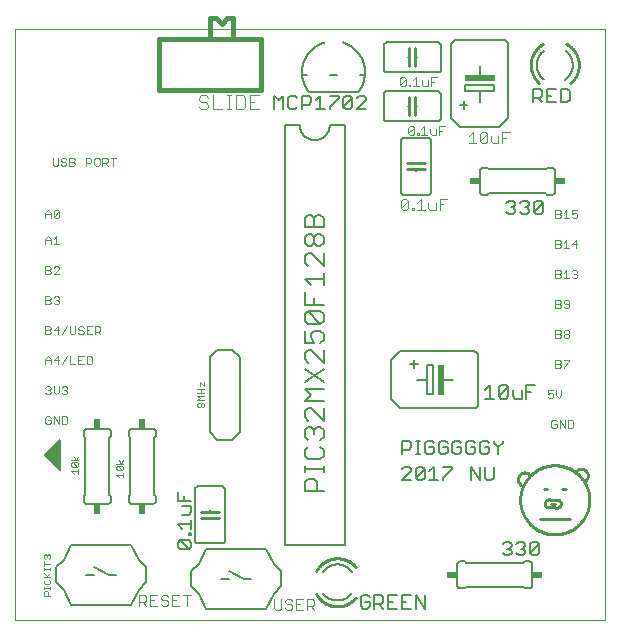
<source format=gto>
G75*
%MOIN*%
%OFA0B0*%
%FSLAX25Y25*%
%IPPOS*%
%LPD*%
%AMOC8*
5,1,8,0,0,1.08239X$1,22.5*
%
%ADD10C,0.00000*%
%ADD11C,0.00300*%
%ADD12C,0.00500*%
%ADD13C,0.01000*%
%ADD14C,0.00600*%
%ADD15C,0.00400*%
%ADD16R,0.02000X0.10000*%
%ADD17R,0.10000X0.02000*%
%ADD18R,0.03400X0.02400*%
%ADD19R,0.02400X0.03400*%
%ADD20C,0.00700*%
%ADD21C,0.01600*%
%ADD22C,0.00800*%
D10*
X0001000Y0001800D02*
X0001000Y0198650D01*
X0197850Y0198650D01*
X0197850Y0001800D01*
X0001000Y0001800D01*
D11*
X0010648Y0009871D02*
X0010648Y0010972D01*
X0011015Y0011339D01*
X0011749Y0011339D01*
X0012116Y0010972D01*
X0012116Y0009871D01*
X0012850Y0009871D02*
X0010648Y0009871D01*
X0010648Y0012173D02*
X0010648Y0012907D01*
X0010648Y0012540D02*
X0012850Y0012540D01*
X0012850Y0012173D02*
X0012850Y0012907D01*
X0012483Y0013707D02*
X0012850Y0014074D01*
X0012850Y0014808D01*
X0012483Y0015175D01*
X0012116Y0016009D02*
X0010648Y0017477D01*
X0010648Y0018311D02*
X0010648Y0019045D01*
X0010648Y0018678D02*
X0012850Y0018678D01*
X0012850Y0018311D02*
X0012850Y0019045D01*
X0012850Y0020580D02*
X0010648Y0020580D01*
X0010648Y0019846D02*
X0010648Y0021314D01*
X0011015Y0022148D02*
X0010648Y0022515D01*
X0010648Y0023249D01*
X0011015Y0023616D01*
X0011382Y0023616D01*
X0011749Y0023249D01*
X0012116Y0023616D01*
X0012483Y0023616D01*
X0012850Y0023249D01*
X0012850Y0022515D01*
X0012483Y0022148D01*
X0011749Y0022882D02*
X0011749Y0023249D01*
X0012850Y0017477D02*
X0011749Y0016376D01*
X0010648Y0016009D02*
X0012850Y0016009D01*
X0011015Y0015175D02*
X0010648Y0014808D01*
X0010648Y0014074D01*
X0011015Y0013707D01*
X0012483Y0013707D01*
X0020632Y0050550D02*
X0019898Y0051284D01*
X0022100Y0051284D01*
X0022100Y0050550D02*
X0022100Y0052018D01*
X0021733Y0052852D02*
X0020265Y0054320D01*
X0021733Y0054320D01*
X0022100Y0053953D01*
X0022100Y0053219D01*
X0021733Y0052852D01*
X0020265Y0052852D01*
X0019898Y0053219D01*
X0019898Y0053953D01*
X0020265Y0054320D01*
X0019898Y0055154D02*
X0022100Y0055154D01*
X0021366Y0055154D02*
X0020632Y0056255D01*
X0021366Y0055154D02*
X0022100Y0056255D01*
X0018026Y0066950D02*
X0016675Y0066950D01*
X0016675Y0069652D01*
X0018026Y0069652D01*
X0018476Y0069202D01*
X0018476Y0067400D01*
X0018026Y0066950D01*
X0015714Y0066950D02*
X0015714Y0069652D01*
X0013912Y0069652D02*
X0015714Y0066950D01*
X0013912Y0066950D02*
X0013912Y0069652D01*
X0012952Y0069202D02*
X0012501Y0069652D01*
X0011600Y0069652D01*
X0011150Y0069202D01*
X0011150Y0067400D01*
X0011600Y0066950D01*
X0012501Y0066950D01*
X0012952Y0067400D01*
X0012952Y0068301D01*
X0012051Y0068301D01*
X0012501Y0076950D02*
X0011600Y0076950D01*
X0011150Y0077400D01*
X0012051Y0078301D02*
X0012501Y0078301D01*
X0012952Y0077851D01*
X0012952Y0077400D01*
X0012501Y0076950D01*
X0012501Y0078301D02*
X0012952Y0078752D01*
X0012952Y0079202D01*
X0012501Y0079652D01*
X0011600Y0079652D01*
X0011150Y0079202D01*
X0013912Y0079652D02*
X0013912Y0077851D01*
X0014813Y0076950D01*
X0015714Y0077851D01*
X0015714Y0079652D01*
X0016675Y0079202D02*
X0017125Y0079652D01*
X0018026Y0079652D01*
X0018476Y0079202D01*
X0018476Y0078752D01*
X0018026Y0078301D01*
X0018476Y0077851D01*
X0018476Y0077400D01*
X0018026Y0076950D01*
X0017125Y0076950D01*
X0016675Y0077400D01*
X0017575Y0078301D02*
X0018026Y0078301D01*
X0016675Y0086950D02*
X0018476Y0089652D01*
X0019437Y0089652D02*
X0019437Y0086950D01*
X0021239Y0086950D01*
X0022199Y0086950D02*
X0022199Y0089652D01*
X0024001Y0089652D01*
X0024962Y0089652D02*
X0026313Y0089652D01*
X0026763Y0089202D01*
X0026763Y0087400D01*
X0026313Y0086950D01*
X0024962Y0086950D01*
X0024962Y0089652D01*
X0023100Y0088301D02*
X0022199Y0088301D01*
X0022199Y0086950D02*
X0024001Y0086950D01*
X0015714Y0088301D02*
X0013912Y0088301D01*
X0015263Y0089652D01*
X0015263Y0086950D01*
X0012952Y0086950D02*
X0012952Y0088752D01*
X0012051Y0089652D01*
X0011150Y0088752D01*
X0011150Y0086950D01*
X0011150Y0088301D02*
X0012952Y0088301D01*
X0012501Y0096950D02*
X0011150Y0096950D01*
X0011150Y0099652D01*
X0012501Y0099652D01*
X0012952Y0099202D01*
X0012952Y0098752D01*
X0012501Y0098301D01*
X0011150Y0098301D01*
X0012501Y0098301D02*
X0012952Y0097851D01*
X0012952Y0097400D01*
X0012501Y0096950D01*
X0013912Y0098301D02*
X0015714Y0098301D01*
X0015263Y0096950D02*
X0015263Y0099652D01*
X0013912Y0098301D01*
X0016675Y0096950D02*
X0018476Y0099652D01*
X0019437Y0099652D02*
X0019437Y0097400D01*
X0019887Y0096950D01*
X0020788Y0096950D01*
X0021239Y0097400D01*
X0021239Y0099652D01*
X0022199Y0099202D02*
X0022199Y0098752D01*
X0022650Y0098301D01*
X0023551Y0098301D01*
X0024001Y0097851D01*
X0024001Y0097400D01*
X0023551Y0096950D01*
X0022650Y0096950D01*
X0022199Y0097400D01*
X0022199Y0099202D02*
X0022650Y0099652D01*
X0023551Y0099652D01*
X0024001Y0099202D01*
X0024962Y0099652D02*
X0024962Y0096950D01*
X0026763Y0096950D01*
X0027724Y0096950D02*
X0027724Y0099652D01*
X0029075Y0099652D01*
X0029526Y0099202D01*
X0029526Y0098301D01*
X0029075Y0097851D01*
X0027724Y0097851D01*
X0028625Y0097851D02*
X0029526Y0096950D01*
X0026763Y0099652D02*
X0024962Y0099652D01*
X0024962Y0098301D02*
X0025863Y0098301D01*
X0015714Y0107400D02*
X0015263Y0106950D01*
X0014363Y0106950D01*
X0013912Y0107400D01*
X0012952Y0107400D02*
X0012501Y0106950D01*
X0011150Y0106950D01*
X0011150Y0109652D01*
X0012501Y0109652D01*
X0012952Y0109202D01*
X0012952Y0108752D01*
X0012501Y0108301D01*
X0011150Y0108301D01*
X0012501Y0108301D02*
X0012952Y0107851D01*
X0012952Y0107400D01*
X0013912Y0109202D02*
X0014363Y0109652D01*
X0015263Y0109652D01*
X0015714Y0109202D01*
X0015714Y0108752D01*
X0015263Y0108301D01*
X0015714Y0107851D01*
X0015714Y0107400D01*
X0015263Y0108301D02*
X0014813Y0108301D01*
X0013912Y0116950D02*
X0015714Y0118752D01*
X0015714Y0119202D01*
X0015263Y0119652D01*
X0014363Y0119652D01*
X0013912Y0119202D01*
X0012952Y0119202D02*
X0012952Y0118752D01*
X0012501Y0118301D01*
X0011150Y0118301D01*
X0011150Y0116950D02*
X0012501Y0116950D01*
X0012952Y0117400D01*
X0012952Y0117851D01*
X0012501Y0118301D01*
X0012952Y0119202D02*
X0012501Y0119652D01*
X0011150Y0119652D01*
X0011150Y0116950D01*
X0013912Y0116950D02*
X0015714Y0116950D01*
X0015714Y0126950D02*
X0013912Y0126950D01*
X0014813Y0126950D02*
X0014813Y0129652D01*
X0013912Y0128752D01*
X0012952Y0128752D02*
X0012952Y0126950D01*
X0012952Y0128301D02*
X0011150Y0128301D01*
X0011150Y0128752D02*
X0011150Y0126950D01*
X0011150Y0128752D02*
X0012051Y0129652D01*
X0012952Y0128752D01*
X0012952Y0135700D02*
X0012952Y0137502D01*
X0012051Y0138402D01*
X0011150Y0137502D01*
X0011150Y0135700D01*
X0011150Y0137051D02*
X0012952Y0137051D01*
X0013912Y0136150D02*
X0013912Y0137952D01*
X0014363Y0138402D01*
X0015263Y0138402D01*
X0015714Y0137952D01*
X0013912Y0136150D01*
X0014363Y0135700D01*
X0015263Y0135700D01*
X0015714Y0136150D01*
X0015714Y0137952D01*
X0015001Y0153200D02*
X0015452Y0153650D01*
X0015452Y0155902D01*
X0016412Y0155452D02*
X0016412Y0155002D01*
X0016863Y0154551D01*
X0017763Y0154551D01*
X0018214Y0154101D01*
X0018214Y0153650D01*
X0017763Y0153200D01*
X0016863Y0153200D01*
X0016412Y0153650D01*
X0015001Y0153200D02*
X0014100Y0153200D01*
X0013650Y0153650D01*
X0013650Y0155902D01*
X0016412Y0155452D02*
X0016863Y0155902D01*
X0017763Y0155902D01*
X0018214Y0155452D01*
X0019175Y0155902D02*
X0020526Y0155902D01*
X0020976Y0155452D01*
X0020976Y0155002D01*
X0020526Y0154551D01*
X0019175Y0154551D01*
X0020526Y0154551D02*
X0020976Y0154101D01*
X0020976Y0153650D01*
X0020526Y0153200D01*
X0019175Y0153200D01*
X0019175Y0155902D01*
X0024699Y0155902D02*
X0024699Y0153200D01*
X0024699Y0154101D02*
X0026051Y0154101D01*
X0026501Y0154551D01*
X0026501Y0155452D01*
X0026051Y0155902D01*
X0024699Y0155902D01*
X0027462Y0155452D02*
X0027462Y0153650D01*
X0027912Y0153200D01*
X0028813Y0153200D01*
X0029263Y0153650D01*
X0029263Y0155452D01*
X0028813Y0155902D01*
X0027912Y0155902D01*
X0027462Y0155452D01*
X0030224Y0155902D02*
X0030224Y0153200D01*
X0030224Y0154101D02*
X0031575Y0154101D01*
X0032026Y0154551D01*
X0032026Y0155452D01*
X0031575Y0155902D01*
X0030224Y0155902D01*
X0031125Y0154101D02*
X0032026Y0153200D01*
X0033887Y0153200D02*
X0033887Y0155902D01*
X0032986Y0155902D02*
X0034788Y0155902D01*
X0062632Y0081116D02*
X0064100Y0079648D01*
X0064100Y0081116D01*
X0062632Y0081116D02*
X0062632Y0079648D01*
X0062999Y0078814D02*
X0062999Y0077346D01*
X0064100Y0077346D02*
X0061898Y0077346D01*
X0061898Y0076512D02*
X0064100Y0076512D01*
X0064100Y0075044D02*
X0061898Y0075044D01*
X0062632Y0075778D01*
X0061898Y0076512D01*
X0061898Y0078814D02*
X0064100Y0078814D01*
X0063733Y0074210D02*
X0063366Y0074210D01*
X0062999Y0073843D01*
X0062999Y0073109D01*
X0062632Y0072742D01*
X0062265Y0072742D01*
X0061898Y0073109D01*
X0061898Y0073843D01*
X0062265Y0074210D01*
X0062632Y0074210D01*
X0062999Y0073843D01*
X0062999Y0073109D02*
X0063366Y0072742D01*
X0063733Y0072742D01*
X0064100Y0073109D01*
X0064100Y0073843D01*
X0063733Y0074210D01*
X0037100Y0055005D02*
X0036366Y0053904D01*
X0035632Y0055005D01*
X0034898Y0053904D02*
X0037100Y0053904D01*
X0036733Y0053070D02*
X0035265Y0053070D01*
X0036733Y0051602D01*
X0037100Y0051969D01*
X0037100Y0052703D01*
X0036733Y0053070D01*
X0035265Y0053070D02*
X0034898Y0052703D01*
X0034898Y0051969D01*
X0035265Y0051602D01*
X0036733Y0051602D01*
X0037100Y0050768D02*
X0037100Y0049300D01*
X0037100Y0050034D02*
X0034898Y0050034D01*
X0035632Y0049300D01*
X0132634Y0163450D02*
X0132150Y0163934D01*
X0134085Y0165869D01*
X0134085Y0163934D01*
X0133601Y0163450D01*
X0132634Y0163450D01*
X0132150Y0163934D02*
X0132150Y0165869D01*
X0132634Y0166352D01*
X0133601Y0166352D01*
X0134085Y0165869D01*
X0135097Y0163934D02*
X0135580Y0163934D01*
X0135580Y0163450D01*
X0135097Y0163450D01*
X0135097Y0163934D01*
X0136570Y0163450D02*
X0138505Y0163450D01*
X0137537Y0163450D02*
X0137537Y0166352D01*
X0136570Y0165385D01*
X0139516Y0165385D02*
X0139516Y0163934D01*
X0140000Y0163450D01*
X0141451Y0163450D01*
X0141451Y0165385D01*
X0142463Y0164901D02*
X0143430Y0164901D01*
X0142463Y0163450D02*
X0142463Y0166352D01*
X0144398Y0166352D01*
X0139703Y0179750D02*
X0139703Y0182652D01*
X0141638Y0182652D01*
X0140671Y0181201D02*
X0139703Y0181201D01*
X0138692Y0181685D02*
X0138692Y0179750D01*
X0137241Y0179750D01*
X0136757Y0180234D01*
X0136757Y0181685D01*
X0135745Y0179750D02*
X0133810Y0179750D01*
X0134778Y0179750D02*
X0134778Y0182652D01*
X0133810Y0181685D01*
X0132821Y0180234D02*
X0132821Y0179750D01*
X0132337Y0179750D01*
X0132337Y0180234D01*
X0132821Y0180234D01*
X0131326Y0180234D02*
X0130842Y0179750D01*
X0129874Y0179750D01*
X0129391Y0180234D01*
X0131326Y0182169D01*
X0131326Y0180234D01*
X0131326Y0182169D02*
X0130842Y0182652D01*
X0129874Y0182652D01*
X0129391Y0182169D01*
X0129391Y0180234D01*
X0181150Y0138402D02*
X0181150Y0135700D01*
X0182501Y0135700D01*
X0182952Y0136150D01*
X0182952Y0136601D01*
X0182501Y0137051D01*
X0181150Y0137051D01*
X0182501Y0137051D02*
X0182952Y0137502D01*
X0182952Y0137952D01*
X0182501Y0138402D01*
X0181150Y0138402D01*
X0183912Y0137502D02*
X0184813Y0138402D01*
X0184813Y0135700D01*
X0183912Y0135700D02*
X0185714Y0135700D01*
X0186675Y0136150D02*
X0187125Y0135700D01*
X0188026Y0135700D01*
X0188476Y0136150D01*
X0188476Y0137051D01*
X0188026Y0137502D01*
X0187575Y0137502D01*
X0186675Y0137051D01*
X0186675Y0138402D01*
X0188476Y0138402D01*
X0188026Y0128402D02*
X0186675Y0127051D01*
X0188476Y0127051D01*
X0188026Y0125700D02*
X0188026Y0128402D01*
X0185714Y0125700D02*
X0183912Y0125700D01*
X0184813Y0125700D02*
X0184813Y0128402D01*
X0183912Y0127502D01*
X0182952Y0127502D02*
X0182501Y0127051D01*
X0181150Y0127051D01*
X0181150Y0125700D02*
X0181150Y0128402D01*
X0182501Y0128402D01*
X0182952Y0127952D01*
X0182952Y0127502D01*
X0182501Y0127051D02*
X0182952Y0126601D01*
X0182952Y0126150D01*
X0182501Y0125700D01*
X0181150Y0125700D01*
X0181150Y0118402D02*
X0182501Y0118402D01*
X0182952Y0117952D01*
X0182952Y0117502D01*
X0182501Y0117051D01*
X0181150Y0117051D01*
X0181150Y0115700D02*
X0181150Y0118402D01*
X0182501Y0117051D02*
X0182952Y0116601D01*
X0182952Y0116150D01*
X0182501Y0115700D01*
X0181150Y0115700D01*
X0183912Y0115700D02*
X0185714Y0115700D01*
X0184813Y0115700D02*
X0184813Y0118402D01*
X0183912Y0117502D01*
X0186675Y0117952D02*
X0187125Y0118402D01*
X0188026Y0118402D01*
X0188476Y0117952D01*
X0188476Y0117502D01*
X0188026Y0117051D01*
X0188476Y0116601D01*
X0188476Y0116150D01*
X0188026Y0115700D01*
X0187125Y0115700D01*
X0186675Y0116150D01*
X0187575Y0117051D02*
X0188026Y0117051D01*
X0185263Y0108402D02*
X0184363Y0108402D01*
X0183912Y0107952D01*
X0183912Y0107502D01*
X0184363Y0107051D01*
X0185714Y0107051D01*
X0185714Y0106150D02*
X0185714Y0107952D01*
X0185263Y0108402D01*
X0185714Y0106150D02*
X0185263Y0105700D01*
X0184363Y0105700D01*
X0183912Y0106150D01*
X0182952Y0106150D02*
X0182952Y0106601D01*
X0182501Y0107051D01*
X0181150Y0107051D01*
X0181150Y0105700D02*
X0182501Y0105700D01*
X0182952Y0106150D01*
X0182501Y0107051D02*
X0182952Y0107502D01*
X0182952Y0107952D01*
X0182501Y0108402D01*
X0181150Y0108402D01*
X0181150Y0105700D01*
X0181150Y0098402D02*
X0182501Y0098402D01*
X0182952Y0097952D01*
X0182952Y0097502D01*
X0182501Y0097051D01*
X0181150Y0097051D01*
X0181150Y0095700D02*
X0182501Y0095700D01*
X0182952Y0096150D01*
X0182952Y0096601D01*
X0182501Y0097051D01*
X0183912Y0096601D02*
X0184363Y0097051D01*
X0185263Y0097051D01*
X0185714Y0096601D01*
X0185714Y0096150D01*
X0185263Y0095700D01*
X0184363Y0095700D01*
X0183912Y0096150D01*
X0183912Y0096601D01*
X0184363Y0097051D02*
X0183912Y0097502D01*
X0183912Y0097952D01*
X0184363Y0098402D01*
X0185263Y0098402D01*
X0185714Y0097952D01*
X0185714Y0097502D01*
X0185263Y0097051D01*
X0181150Y0095700D02*
X0181150Y0098402D01*
X0181150Y0088402D02*
X0182501Y0088402D01*
X0182952Y0087952D01*
X0182952Y0087502D01*
X0182501Y0087051D01*
X0181150Y0087051D01*
X0181150Y0085700D02*
X0182501Y0085700D01*
X0182952Y0086150D01*
X0182952Y0086601D01*
X0182501Y0087051D01*
X0183912Y0086150D02*
X0183912Y0085700D01*
X0183912Y0086150D02*
X0185714Y0087952D01*
X0185714Y0088402D01*
X0183912Y0088402D01*
X0181150Y0088402D02*
X0181150Y0085700D01*
X0181412Y0078402D02*
X0181412Y0076601D01*
X0182313Y0075700D01*
X0183214Y0076601D01*
X0183214Y0078402D01*
X0180452Y0078402D02*
X0178650Y0078402D01*
X0178650Y0077051D01*
X0179551Y0077502D01*
X0180001Y0077502D01*
X0180452Y0077051D01*
X0180452Y0076150D01*
X0180001Y0075700D01*
X0179100Y0075700D01*
X0178650Y0076150D01*
X0180350Y0068402D02*
X0179900Y0067952D01*
X0179900Y0066150D01*
X0180350Y0065700D01*
X0181251Y0065700D01*
X0181702Y0066150D01*
X0181702Y0067051D01*
X0180801Y0067051D01*
X0181702Y0067952D02*
X0181251Y0068402D01*
X0180350Y0068402D01*
X0182662Y0068402D02*
X0182662Y0065700D01*
X0184464Y0065700D02*
X0182662Y0068402D01*
X0184464Y0068402D02*
X0184464Y0065700D01*
X0185425Y0065700D02*
X0185425Y0068402D01*
X0186776Y0068402D01*
X0187226Y0067952D01*
X0187226Y0066150D01*
X0186776Y0065700D01*
X0185425Y0065700D01*
D12*
X0171562Y0075550D02*
X0171562Y0080054D01*
X0174564Y0080054D01*
X0173063Y0077802D02*
X0171562Y0077802D01*
X0169960Y0078553D02*
X0169960Y0075550D01*
X0167708Y0075550D01*
X0166958Y0076301D01*
X0166958Y0078553D01*
X0165356Y0079303D02*
X0162354Y0076301D01*
X0163105Y0075550D01*
X0164606Y0075550D01*
X0165356Y0076301D01*
X0165356Y0079303D01*
X0164606Y0080054D01*
X0163105Y0080054D01*
X0162354Y0079303D01*
X0162354Y0076301D01*
X0160753Y0075550D02*
X0157750Y0075550D01*
X0159251Y0075550D02*
X0159251Y0080054D01*
X0157750Y0078553D01*
X0158341Y0061554D02*
X0156840Y0061554D01*
X0156089Y0060803D01*
X0156089Y0057801D01*
X0156840Y0057050D01*
X0158341Y0057050D01*
X0159091Y0057801D01*
X0159091Y0059302D01*
X0157590Y0059302D01*
X0159091Y0060803D02*
X0158341Y0061554D01*
X0160693Y0061554D02*
X0160693Y0060803D01*
X0162194Y0059302D01*
X0162194Y0057050D01*
X0162194Y0059302D02*
X0163695Y0060803D01*
X0163695Y0061554D01*
X0154488Y0060803D02*
X0153737Y0061554D01*
X0152236Y0061554D01*
X0151485Y0060803D01*
X0151485Y0057801D01*
X0152236Y0057050D01*
X0153737Y0057050D01*
X0154488Y0057801D01*
X0154488Y0059302D01*
X0152986Y0059302D01*
X0149884Y0059302D02*
X0149884Y0057801D01*
X0149133Y0057050D01*
X0147632Y0057050D01*
X0146881Y0057801D01*
X0146881Y0060803D01*
X0147632Y0061554D01*
X0149133Y0061554D01*
X0149884Y0060803D01*
X0149884Y0059302D02*
X0148382Y0059302D01*
X0145280Y0059302D02*
X0145280Y0057801D01*
X0144529Y0057050D01*
X0143028Y0057050D01*
X0142277Y0057801D01*
X0142277Y0060803D01*
X0143028Y0061554D01*
X0144529Y0061554D01*
X0145280Y0060803D01*
X0145280Y0059302D02*
X0143778Y0059302D01*
X0140676Y0059302D02*
X0140676Y0057801D01*
X0139925Y0057050D01*
X0138424Y0057050D01*
X0137673Y0057801D01*
X0137673Y0060803D01*
X0138424Y0061554D01*
X0139925Y0061554D01*
X0140676Y0060803D01*
X0140676Y0059302D02*
X0139174Y0059302D01*
X0136105Y0061554D02*
X0134604Y0061554D01*
X0135355Y0061554D02*
X0135355Y0057050D01*
X0136105Y0057050D02*
X0134604Y0057050D01*
X0133003Y0059302D02*
X0132252Y0058551D01*
X0130000Y0058551D01*
X0130000Y0057050D02*
X0130000Y0061554D01*
X0132252Y0061554D01*
X0133003Y0060803D01*
X0133003Y0059302D01*
X0132252Y0052804D02*
X0130751Y0052804D01*
X0130000Y0052053D01*
X0132252Y0052804D02*
X0133003Y0052053D01*
X0133003Y0051303D01*
X0130000Y0048300D01*
X0133003Y0048300D01*
X0134604Y0049051D02*
X0137606Y0052053D01*
X0137606Y0049051D01*
X0136856Y0048300D01*
X0135355Y0048300D01*
X0134604Y0049051D01*
X0134604Y0052053D01*
X0135355Y0052804D01*
X0136856Y0052804D01*
X0137606Y0052053D01*
X0139208Y0051303D02*
X0140709Y0052804D01*
X0140709Y0048300D01*
X0139208Y0048300D02*
X0142210Y0048300D01*
X0143812Y0048300D02*
X0143812Y0049051D01*
X0146814Y0052053D01*
X0146814Y0052804D01*
X0143812Y0052804D01*
X0153020Y0052804D02*
X0153020Y0048300D01*
X0156022Y0048300D02*
X0153020Y0052804D01*
X0156022Y0052804D02*
X0156022Y0048300D01*
X0157624Y0049051D02*
X0158374Y0048300D01*
X0159875Y0048300D01*
X0160626Y0049051D01*
X0160626Y0052804D01*
X0157624Y0052804D02*
X0157624Y0049051D01*
X0164351Y0027804D02*
X0165852Y0027804D01*
X0166603Y0027053D01*
X0166603Y0026303D01*
X0165852Y0025552D01*
X0166603Y0024801D01*
X0166603Y0024051D01*
X0165852Y0023300D01*
X0164351Y0023300D01*
X0163600Y0024051D01*
X0165101Y0025552D02*
X0165852Y0025552D01*
X0163600Y0027053D02*
X0164351Y0027804D01*
X0168204Y0027053D02*
X0168955Y0027804D01*
X0170456Y0027804D01*
X0171206Y0027053D01*
X0171206Y0026303D01*
X0170456Y0025552D01*
X0171206Y0024801D01*
X0171206Y0024051D01*
X0170456Y0023300D01*
X0168955Y0023300D01*
X0168204Y0024051D01*
X0169705Y0025552D02*
X0170456Y0025552D01*
X0172808Y0024051D02*
X0172808Y0027053D01*
X0173558Y0027804D01*
X0175060Y0027804D01*
X0175810Y0027053D01*
X0172808Y0024051D01*
X0173558Y0023300D01*
X0175060Y0023300D01*
X0175810Y0024051D01*
X0175810Y0027053D01*
X0137668Y0010054D02*
X0137668Y0005550D01*
X0134666Y0010054D01*
X0134666Y0005550D01*
X0133064Y0005550D02*
X0130062Y0005550D01*
X0130062Y0010054D01*
X0133064Y0010054D01*
X0131563Y0007802D02*
X0130062Y0007802D01*
X0128460Y0010054D02*
X0125458Y0010054D01*
X0125458Y0005550D01*
X0128460Y0005550D01*
X0126959Y0007802D02*
X0125458Y0007802D01*
X0123856Y0007802D02*
X0123856Y0009303D01*
X0123106Y0010054D01*
X0120854Y0010054D01*
X0120854Y0005550D01*
X0120854Y0007051D02*
X0123106Y0007051D01*
X0123856Y0007802D01*
X0122355Y0007051D02*
X0123856Y0005550D01*
X0119253Y0006301D02*
X0118502Y0005550D01*
X0117001Y0005550D01*
X0116250Y0006301D01*
X0116250Y0009303D01*
X0117001Y0010054D01*
X0118502Y0010054D01*
X0119253Y0009303D01*
X0119253Y0007802D02*
X0117751Y0007802D01*
X0119253Y0007802D02*
X0119253Y0006301D01*
X0079750Y0015550D02*
X0077250Y0015550D01*
X0072250Y0018050D01*
X0072250Y0015550D02*
X0069750Y0015550D01*
X0059750Y0026083D02*
X0058999Y0025332D01*
X0055997Y0028335D01*
X0058999Y0028335D01*
X0059750Y0027584D01*
X0059750Y0026083D01*
X0058999Y0025332D02*
X0055997Y0025332D01*
X0055246Y0026083D01*
X0055246Y0027584D01*
X0055997Y0028335D01*
X0058999Y0029936D02*
X0058999Y0030687D01*
X0059750Y0030687D01*
X0059750Y0029936D01*
X0058999Y0029936D01*
X0059750Y0032238D02*
X0059750Y0035241D01*
X0059750Y0033739D02*
X0055246Y0033739D01*
X0056747Y0032238D01*
X0056747Y0036842D02*
X0058999Y0036842D01*
X0059750Y0037593D01*
X0059750Y0039845D01*
X0056747Y0039845D01*
X0057498Y0041446D02*
X0057498Y0042947D01*
X0055246Y0041446D02*
X0055246Y0044449D01*
X0055246Y0041446D02*
X0059750Y0041446D01*
X0034750Y0016800D02*
X0032250Y0016800D01*
X0027250Y0019300D01*
X0027250Y0016800D02*
X0024750Y0016800D01*
X0016000Y0051800D02*
X0016000Y0061800D01*
X0011000Y0056800D01*
X0016000Y0051800D01*
X0016000Y0052150D02*
X0015650Y0052150D01*
X0016000Y0052648D02*
X0015152Y0052648D01*
X0014653Y0053147D02*
X0016000Y0053147D01*
X0016000Y0053645D02*
X0014155Y0053645D01*
X0013656Y0054144D02*
X0016000Y0054144D01*
X0016000Y0054642D02*
X0013158Y0054642D01*
X0012659Y0055141D02*
X0016000Y0055141D01*
X0016000Y0055639D02*
X0012161Y0055639D01*
X0011662Y0056138D02*
X0016000Y0056138D01*
X0016000Y0056636D02*
X0011164Y0056636D01*
X0011335Y0057135D02*
X0016000Y0057135D01*
X0016000Y0057633D02*
X0011833Y0057633D01*
X0012332Y0058132D02*
X0016000Y0058132D01*
X0016000Y0058630D02*
X0012830Y0058630D01*
X0013329Y0059129D02*
X0016000Y0059129D01*
X0016000Y0059627D02*
X0013827Y0059627D01*
X0014326Y0060126D02*
X0016000Y0060126D01*
X0016000Y0060624D02*
X0014824Y0060624D01*
X0015323Y0061123D02*
X0016000Y0061123D01*
X0016000Y0061621D02*
X0015821Y0061621D01*
X0087500Y0172050D02*
X0087500Y0176554D01*
X0089001Y0175053D01*
X0090503Y0176554D01*
X0090503Y0172050D01*
X0092104Y0172801D02*
X0092855Y0172050D01*
X0094356Y0172050D01*
X0095106Y0172801D01*
X0096708Y0173551D02*
X0098960Y0173551D01*
X0099710Y0174302D01*
X0099710Y0175803D01*
X0098960Y0176554D01*
X0096708Y0176554D01*
X0096708Y0172050D01*
X0095106Y0175803D02*
X0094356Y0176554D01*
X0092855Y0176554D01*
X0092104Y0175803D01*
X0092104Y0172801D01*
X0099004Y0177800D02*
X0115496Y0177800D01*
X0115874Y0176554D02*
X0115124Y0175803D01*
X0115874Y0176554D02*
X0117375Y0176554D01*
X0118126Y0175803D01*
X0118126Y0175053D01*
X0115124Y0172050D01*
X0118126Y0172050D01*
X0113522Y0172801D02*
X0113522Y0175803D01*
X0110520Y0172801D01*
X0111270Y0172050D01*
X0112772Y0172050D01*
X0113522Y0172801D01*
X0113522Y0175803D02*
X0112772Y0176554D01*
X0111270Y0176554D01*
X0110520Y0175803D01*
X0110520Y0172801D01*
X0108918Y0175803D02*
X0105916Y0172801D01*
X0105916Y0172050D01*
X0104314Y0172050D02*
X0101312Y0172050D01*
X0102813Y0172050D02*
X0102813Y0176554D01*
X0101312Y0175053D01*
X0105916Y0176554D02*
X0108918Y0176554D01*
X0108918Y0175803D01*
X0108377Y0183300D02*
X0106123Y0183300D01*
X0099004Y0177800D02*
X0098851Y0177999D01*
X0098703Y0178201D01*
X0098560Y0178406D01*
X0098422Y0178615D01*
X0098289Y0178827D01*
X0098161Y0179042D01*
X0098039Y0179260D01*
X0097921Y0179481D01*
X0097809Y0179705D01*
X0097702Y0179931D01*
X0097601Y0180160D01*
X0097505Y0180391D01*
X0097414Y0180625D01*
X0097329Y0180860D01*
X0097250Y0181098D01*
X0097177Y0181337D01*
X0097109Y0181578D01*
X0097047Y0181820D01*
X0096991Y0182064D01*
X0096940Y0182310D01*
X0096896Y0182556D01*
X0096857Y0182803D01*
X0096825Y0183051D01*
X0096798Y0183300D01*
X0098377Y0183300D01*
X0110346Y0194333D02*
X0110588Y0194255D01*
X0110828Y0194171D01*
X0111066Y0194082D01*
X0111302Y0193986D01*
X0111536Y0193885D01*
X0111767Y0193779D01*
X0111995Y0193666D01*
X0112221Y0193549D01*
X0112444Y0193426D01*
X0112663Y0193297D01*
X0112880Y0193163D01*
X0113093Y0193024D01*
X0113303Y0192880D01*
X0113509Y0192731D01*
X0113711Y0192577D01*
X0113910Y0192418D01*
X0114105Y0192254D01*
X0114296Y0192085D01*
X0114482Y0191912D01*
X0114665Y0191735D01*
X0114843Y0191553D01*
X0115016Y0191367D01*
X0115185Y0191176D01*
X0115349Y0190982D01*
X0115509Y0190784D01*
X0115664Y0190582D01*
X0115813Y0190376D01*
X0115958Y0190167D01*
X0116098Y0189954D01*
X0116232Y0189738D01*
X0116361Y0189518D01*
X0116485Y0189296D01*
X0116604Y0189071D01*
X0116716Y0188843D01*
X0116824Y0188612D01*
X0116925Y0188379D01*
X0117021Y0188143D01*
X0117112Y0187905D01*
X0117196Y0187665D01*
X0117275Y0187423D01*
X0117348Y0187179D01*
X0117414Y0186933D01*
X0117475Y0186686D01*
X0117530Y0186438D01*
X0117579Y0186188D01*
X0117622Y0185937D01*
X0117658Y0185685D01*
X0117689Y0185433D01*
X0117713Y0185179D01*
X0117731Y0184926D01*
X0117743Y0184671D01*
X0117749Y0184417D01*
X0117749Y0184162D01*
X0117743Y0183908D01*
X0117730Y0183654D01*
X0117711Y0183400D01*
X0117686Y0183147D01*
X0117655Y0182894D01*
X0117618Y0182642D01*
X0117575Y0182392D01*
X0117526Y0182142D01*
X0117471Y0181893D01*
X0117409Y0181646D01*
X0117342Y0181401D01*
X0117269Y0181157D01*
X0117190Y0180915D01*
X0117105Y0180676D01*
X0117014Y0180438D01*
X0116917Y0180202D01*
X0116815Y0179969D01*
X0116707Y0179739D01*
X0116594Y0179511D01*
X0116475Y0179286D01*
X0116351Y0179064D01*
X0116222Y0178845D01*
X0116087Y0178629D01*
X0115947Y0178416D01*
X0115801Y0178207D01*
X0115651Y0178002D01*
X0115496Y0177800D01*
X0116123Y0183300D02*
X0117702Y0183300D01*
X0104154Y0194333D02*
X0103910Y0194255D01*
X0103668Y0194170D01*
X0103429Y0194080D01*
X0103191Y0193984D01*
X0102956Y0193882D01*
X0102723Y0193774D01*
X0102493Y0193661D01*
X0102266Y0193542D01*
X0102042Y0193418D01*
X0101821Y0193288D01*
X0101604Y0193153D01*
X0101389Y0193012D01*
X0101178Y0192866D01*
X0100971Y0192716D01*
X0100768Y0192560D01*
X0100568Y0192399D01*
X0100372Y0192234D01*
X0100181Y0192064D01*
X0099993Y0191889D01*
X0099810Y0191709D01*
X0099632Y0191526D01*
X0099457Y0191337D01*
X0099288Y0191145D01*
X0099123Y0190949D01*
X0098963Y0190748D01*
X0098809Y0190544D01*
X0098659Y0190336D01*
X0098514Y0190125D01*
X0098374Y0189910D01*
X0098240Y0189692D01*
X0098111Y0189470D01*
X0097988Y0189246D01*
X0097870Y0189018D01*
X0097757Y0188788D01*
X0097651Y0188555D01*
X0097550Y0188319D01*
X0097454Y0188081D01*
X0097365Y0187841D01*
X0097282Y0187599D01*
X0097204Y0187354D01*
X0097133Y0187108D01*
X0097067Y0186860D01*
X0097008Y0186611D01*
X0096954Y0186361D01*
X0096907Y0186109D01*
X0096866Y0185856D01*
X0096831Y0185602D01*
X0096802Y0185347D01*
X0096780Y0185092D01*
X0096764Y0184836D01*
X0096754Y0184580D01*
X0096750Y0184324D01*
X0096753Y0184067D01*
X0096761Y0183811D01*
X0096776Y0183555D01*
X0096798Y0183300D01*
X0164850Y0140803D02*
X0165601Y0141554D01*
X0167102Y0141554D01*
X0167853Y0140803D01*
X0167853Y0140053D01*
X0167102Y0139302D01*
X0167853Y0138551D01*
X0167853Y0137801D01*
X0167102Y0137050D01*
X0165601Y0137050D01*
X0164850Y0137801D01*
X0166351Y0139302D02*
X0167102Y0139302D01*
X0169454Y0140803D02*
X0170205Y0141554D01*
X0171706Y0141554D01*
X0172456Y0140803D01*
X0172456Y0140053D01*
X0171706Y0139302D01*
X0172456Y0138551D01*
X0172456Y0137801D01*
X0171706Y0137050D01*
X0170205Y0137050D01*
X0169454Y0137801D01*
X0170955Y0139302D02*
X0171706Y0139302D01*
X0174058Y0137801D02*
X0174058Y0140803D01*
X0174808Y0141554D01*
X0176310Y0141554D01*
X0177060Y0140803D01*
X0174058Y0137801D01*
X0174808Y0137050D01*
X0176310Y0137050D01*
X0177060Y0137801D01*
X0177060Y0140803D01*
X0176753Y0174300D02*
X0175251Y0175801D01*
X0176002Y0175801D02*
X0173750Y0175801D01*
X0173750Y0174300D02*
X0173750Y0178804D01*
X0176002Y0178804D01*
X0176753Y0178053D01*
X0176753Y0176552D01*
X0176002Y0175801D01*
X0178354Y0176552D02*
X0179855Y0176552D01*
X0178354Y0178804D02*
X0178354Y0174300D01*
X0181356Y0174300D01*
X0182958Y0174300D02*
X0185210Y0174300D01*
X0185960Y0175051D01*
X0185960Y0178053D01*
X0185210Y0178804D01*
X0182958Y0178804D01*
X0182958Y0174300D01*
X0181356Y0178804D02*
X0178354Y0178804D01*
D13*
X0189000Y0186800D02*
X0188998Y0186992D01*
X0188991Y0187184D01*
X0188979Y0187376D01*
X0188963Y0187568D01*
X0188942Y0187759D01*
X0188917Y0187949D01*
X0188887Y0188139D01*
X0188853Y0188328D01*
X0188814Y0188516D01*
X0188770Y0188703D01*
X0188722Y0188889D01*
X0188670Y0189074D01*
X0188613Y0189258D01*
X0188552Y0189440D01*
X0188486Y0189620D01*
X0188416Y0189799D01*
X0188342Y0189977D01*
X0188264Y0190152D01*
X0188181Y0190326D01*
X0188094Y0190497D01*
X0188004Y0190666D01*
X0187909Y0190833D01*
X0187810Y0190998D01*
X0187707Y0191161D01*
X0187600Y0191320D01*
X0187490Y0191478D01*
X0187376Y0191632D01*
X0187258Y0191784D01*
X0187136Y0191933D01*
X0187011Y0192079D01*
X0186883Y0192221D01*
X0186751Y0192361D01*
X0186616Y0192498D01*
X0186477Y0192631D01*
X0186336Y0192761D01*
X0186191Y0192887D01*
X0186043Y0193010D01*
X0185893Y0193129D01*
X0185739Y0193245D01*
X0185583Y0193357D01*
X0185424Y0193465D01*
X0185263Y0193570D01*
X0185099Y0193670D01*
X0184933Y0193766D01*
X0184765Y0193859D01*
X0177031Y0193746D02*
X0176862Y0193647D01*
X0176696Y0193543D01*
X0176532Y0193436D01*
X0176371Y0193325D01*
X0176213Y0193210D01*
X0176058Y0193091D01*
X0175905Y0192968D01*
X0175756Y0192842D01*
X0175610Y0192712D01*
X0175467Y0192578D01*
X0175327Y0192441D01*
X0175191Y0192301D01*
X0175058Y0192157D01*
X0174929Y0192010D01*
X0174803Y0191860D01*
X0174682Y0191707D01*
X0174563Y0191551D01*
X0174449Y0191392D01*
X0174339Y0191231D01*
X0174233Y0191066D01*
X0174130Y0190900D01*
X0174032Y0190730D01*
X0173938Y0190559D01*
X0173848Y0190385D01*
X0173763Y0190209D01*
X0173681Y0190031D01*
X0173605Y0189851D01*
X0173532Y0189669D01*
X0173464Y0189486D01*
X0173401Y0189301D01*
X0173342Y0189114D01*
X0173288Y0188926D01*
X0173238Y0188737D01*
X0173193Y0188547D01*
X0173153Y0188355D01*
X0173117Y0188163D01*
X0173086Y0187970D01*
X0173060Y0187776D01*
X0173038Y0187581D01*
X0173022Y0187386D01*
X0173010Y0187191D01*
X0173002Y0186995D01*
X0173000Y0186800D01*
X0173002Y0186607D01*
X0173009Y0186414D01*
X0173021Y0186222D01*
X0173037Y0186029D01*
X0173058Y0185837D01*
X0173084Y0185646D01*
X0173114Y0185456D01*
X0173149Y0185266D01*
X0173188Y0185077D01*
X0173232Y0184889D01*
X0173280Y0184702D01*
X0173333Y0184516D01*
X0173390Y0184332D01*
X0173452Y0184149D01*
X0173518Y0183968D01*
X0173589Y0183788D01*
X0173663Y0183610D01*
X0173742Y0183434D01*
X0173826Y0183260D01*
X0173913Y0183088D01*
X0174005Y0182918D01*
X0174101Y0182751D01*
X0174200Y0182585D01*
X0174304Y0182422D01*
X0174411Y0182262D01*
X0174523Y0182105D01*
X0174638Y0181950D01*
X0174757Y0181798D01*
X0174879Y0181649D01*
X0175005Y0181502D01*
X0175135Y0181359D01*
X0175268Y0181219D01*
X0175404Y0181083D01*
X0175544Y0180949D01*
X0175686Y0180820D01*
X0175832Y0180693D01*
X0186122Y0180654D02*
X0186270Y0180781D01*
X0186415Y0180911D01*
X0186556Y0181044D01*
X0186695Y0181181D01*
X0186830Y0181321D01*
X0186961Y0181465D01*
X0187089Y0181612D01*
X0187214Y0181761D01*
X0187335Y0181914D01*
X0187452Y0182069D01*
X0187565Y0182228D01*
X0187674Y0182389D01*
X0187779Y0182553D01*
X0187881Y0182719D01*
X0187978Y0182888D01*
X0188071Y0183058D01*
X0188160Y0183232D01*
X0188245Y0183407D01*
X0188325Y0183584D01*
X0188401Y0183763D01*
X0188473Y0183944D01*
X0188540Y0184127D01*
X0188603Y0184311D01*
X0188661Y0184497D01*
X0188715Y0184684D01*
X0188764Y0184872D01*
X0188809Y0185062D01*
X0188849Y0185252D01*
X0188884Y0185444D01*
X0188915Y0185636D01*
X0188941Y0185829D01*
X0188962Y0186023D01*
X0188979Y0186217D01*
X0188991Y0186411D01*
X0188998Y0186605D01*
X0189000Y0186800D01*
X0137750Y0154050D02*
X0134750Y0154050D01*
X0131750Y0154050D01*
X0131750Y0152050D02*
X0134750Y0152050D01*
X0137750Y0152050D01*
X0134500Y0170050D02*
X0134500Y0173050D01*
X0134500Y0176050D01*
X0132500Y0176050D02*
X0132500Y0173050D01*
X0132500Y0170050D01*
X0132500Y0186300D02*
X0132500Y0189300D01*
X0132500Y0192300D01*
X0134500Y0192300D02*
X0134500Y0189300D01*
X0134500Y0186300D01*
X0188500Y0051800D02*
X0188580Y0051850D01*
X0188662Y0051898D01*
X0188745Y0051941D01*
X0188830Y0051982D01*
X0188917Y0052018D01*
X0189006Y0052052D01*
X0189095Y0052081D01*
X0189186Y0052106D01*
X0189278Y0052128D01*
X0189371Y0052146D01*
X0189464Y0052160D01*
X0189558Y0052170D01*
X0189652Y0052176D01*
X0189746Y0052178D01*
X0189841Y0052176D01*
X0189935Y0052170D01*
X0190029Y0052161D01*
X0190122Y0052147D01*
X0190215Y0052130D01*
X0190307Y0052108D01*
X0190398Y0052083D01*
X0190488Y0052054D01*
X0190576Y0052021D01*
X0190663Y0051985D01*
X0190749Y0051945D01*
X0190832Y0051901D01*
X0190914Y0051854D01*
X0190994Y0051804D01*
X0191071Y0051750D01*
X0191147Y0051693D01*
X0191219Y0051633D01*
X0191290Y0051570D01*
X0191357Y0051504D01*
X0191422Y0051435D01*
X0191484Y0051364D01*
X0191542Y0051290D01*
X0191598Y0051214D01*
X0191650Y0051135D01*
X0191699Y0051055D01*
X0191745Y0050972D01*
X0191787Y0050887D01*
X0191826Y0050801D01*
X0191860Y0050714D01*
X0191892Y0050625D01*
X0191919Y0050534D01*
X0191943Y0050443D01*
X0191962Y0050351D01*
X0191978Y0050258D01*
X0191990Y0050164D01*
X0191998Y0050070D01*
X0192002Y0049976D01*
X0192003Y0049881D01*
X0191999Y0049787D01*
X0191991Y0049693D01*
X0191979Y0049599D01*
X0191964Y0049506D01*
X0191944Y0049414D01*
X0191921Y0049323D01*
X0191894Y0049232D01*
X0191863Y0049143D01*
X0191828Y0049055D01*
X0191790Y0048969D01*
X0191748Y0048884D01*
X0191703Y0048802D01*
X0191654Y0048721D01*
X0191602Y0048642D01*
X0191547Y0048566D01*
X0191488Y0048492D01*
X0191427Y0048420D01*
X0191362Y0048351D01*
X0191295Y0048285D01*
X0191225Y0048222D01*
X0191152Y0048162D01*
X0191077Y0048104D01*
X0191000Y0048050D01*
X0184750Y0045550D02*
X0183500Y0045550D01*
X0182250Y0041800D02*
X0179750Y0041800D01*
X0169476Y0041800D02*
X0169479Y0042083D01*
X0169490Y0042365D01*
X0169507Y0042648D01*
X0169531Y0042930D01*
X0169563Y0043211D01*
X0169601Y0043491D01*
X0169646Y0043770D01*
X0169697Y0044048D01*
X0169756Y0044325D01*
X0169821Y0044600D01*
X0169893Y0044874D01*
X0169972Y0045145D01*
X0170058Y0045415D01*
X0170150Y0045682D01*
X0170248Y0045947D01*
X0170353Y0046210D01*
X0170465Y0046470D01*
X0170582Y0046727D01*
X0170706Y0046981D01*
X0170837Y0047232D01*
X0170973Y0047480D01*
X0171116Y0047725D01*
X0171264Y0047965D01*
X0171418Y0048202D01*
X0171578Y0048436D01*
X0171744Y0048665D01*
X0171915Y0048890D01*
X0172092Y0049111D01*
X0172274Y0049327D01*
X0172461Y0049539D01*
X0172654Y0049746D01*
X0172851Y0049949D01*
X0173054Y0050146D01*
X0173261Y0050339D01*
X0173473Y0050526D01*
X0173689Y0050708D01*
X0173910Y0050885D01*
X0174135Y0051056D01*
X0174364Y0051222D01*
X0174598Y0051382D01*
X0174835Y0051536D01*
X0175075Y0051684D01*
X0175320Y0051827D01*
X0175568Y0051963D01*
X0175819Y0052094D01*
X0176073Y0052218D01*
X0176330Y0052335D01*
X0176590Y0052447D01*
X0176853Y0052552D01*
X0177118Y0052650D01*
X0177385Y0052742D01*
X0177655Y0052828D01*
X0177926Y0052907D01*
X0178200Y0052979D01*
X0178475Y0053044D01*
X0178752Y0053103D01*
X0179030Y0053154D01*
X0179309Y0053199D01*
X0179589Y0053237D01*
X0179870Y0053269D01*
X0180152Y0053293D01*
X0180435Y0053310D01*
X0180717Y0053321D01*
X0181000Y0053324D01*
X0181283Y0053321D01*
X0181565Y0053310D01*
X0181848Y0053293D01*
X0182130Y0053269D01*
X0182411Y0053237D01*
X0182691Y0053199D01*
X0182970Y0053154D01*
X0183248Y0053103D01*
X0183525Y0053044D01*
X0183800Y0052979D01*
X0184074Y0052907D01*
X0184345Y0052828D01*
X0184615Y0052742D01*
X0184882Y0052650D01*
X0185147Y0052552D01*
X0185410Y0052447D01*
X0185670Y0052335D01*
X0185927Y0052218D01*
X0186181Y0052094D01*
X0186432Y0051963D01*
X0186680Y0051827D01*
X0186925Y0051684D01*
X0187165Y0051536D01*
X0187402Y0051382D01*
X0187636Y0051222D01*
X0187865Y0051056D01*
X0188090Y0050885D01*
X0188311Y0050708D01*
X0188527Y0050526D01*
X0188739Y0050339D01*
X0188946Y0050146D01*
X0189149Y0049949D01*
X0189346Y0049746D01*
X0189539Y0049539D01*
X0189726Y0049327D01*
X0189908Y0049111D01*
X0190085Y0048890D01*
X0190256Y0048665D01*
X0190422Y0048436D01*
X0190582Y0048202D01*
X0190736Y0047965D01*
X0190884Y0047725D01*
X0191027Y0047480D01*
X0191163Y0047232D01*
X0191294Y0046981D01*
X0191418Y0046727D01*
X0191535Y0046470D01*
X0191647Y0046210D01*
X0191752Y0045947D01*
X0191850Y0045682D01*
X0191942Y0045415D01*
X0192028Y0045145D01*
X0192107Y0044874D01*
X0192179Y0044600D01*
X0192244Y0044325D01*
X0192303Y0044048D01*
X0192354Y0043770D01*
X0192399Y0043491D01*
X0192437Y0043211D01*
X0192469Y0042930D01*
X0192493Y0042648D01*
X0192510Y0042365D01*
X0192521Y0042083D01*
X0192524Y0041800D01*
X0192521Y0041517D01*
X0192510Y0041235D01*
X0192493Y0040952D01*
X0192469Y0040670D01*
X0192437Y0040389D01*
X0192399Y0040109D01*
X0192354Y0039830D01*
X0192303Y0039552D01*
X0192244Y0039275D01*
X0192179Y0039000D01*
X0192107Y0038726D01*
X0192028Y0038455D01*
X0191942Y0038185D01*
X0191850Y0037918D01*
X0191752Y0037653D01*
X0191647Y0037390D01*
X0191535Y0037130D01*
X0191418Y0036873D01*
X0191294Y0036619D01*
X0191163Y0036368D01*
X0191027Y0036120D01*
X0190884Y0035875D01*
X0190736Y0035635D01*
X0190582Y0035398D01*
X0190422Y0035164D01*
X0190256Y0034935D01*
X0190085Y0034710D01*
X0189908Y0034489D01*
X0189726Y0034273D01*
X0189539Y0034061D01*
X0189346Y0033854D01*
X0189149Y0033651D01*
X0188946Y0033454D01*
X0188739Y0033261D01*
X0188527Y0033074D01*
X0188311Y0032892D01*
X0188090Y0032715D01*
X0187865Y0032544D01*
X0187636Y0032378D01*
X0187402Y0032218D01*
X0187165Y0032064D01*
X0186925Y0031916D01*
X0186680Y0031773D01*
X0186432Y0031637D01*
X0186181Y0031506D01*
X0185927Y0031382D01*
X0185670Y0031265D01*
X0185410Y0031153D01*
X0185147Y0031048D01*
X0184882Y0030950D01*
X0184615Y0030858D01*
X0184345Y0030772D01*
X0184074Y0030693D01*
X0183800Y0030621D01*
X0183525Y0030556D01*
X0183248Y0030497D01*
X0182970Y0030446D01*
X0182691Y0030401D01*
X0182411Y0030363D01*
X0182130Y0030331D01*
X0181848Y0030307D01*
X0181565Y0030290D01*
X0181283Y0030279D01*
X0181000Y0030276D01*
X0180717Y0030279D01*
X0180435Y0030290D01*
X0180152Y0030307D01*
X0179870Y0030331D01*
X0179589Y0030363D01*
X0179309Y0030401D01*
X0179030Y0030446D01*
X0178752Y0030497D01*
X0178475Y0030556D01*
X0178200Y0030621D01*
X0177926Y0030693D01*
X0177655Y0030772D01*
X0177385Y0030858D01*
X0177118Y0030950D01*
X0176853Y0031048D01*
X0176590Y0031153D01*
X0176330Y0031265D01*
X0176073Y0031382D01*
X0175819Y0031506D01*
X0175568Y0031637D01*
X0175320Y0031773D01*
X0175075Y0031916D01*
X0174835Y0032064D01*
X0174598Y0032218D01*
X0174364Y0032378D01*
X0174135Y0032544D01*
X0173910Y0032715D01*
X0173689Y0032892D01*
X0173473Y0033074D01*
X0173261Y0033261D01*
X0173054Y0033454D01*
X0172851Y0033651D01*
X0172654Y0033854D01*
X0172461Y0034061D01*
X0172274Y0034273D01*
X0172092Y0034489D01*
X0171915Y0034710D01*
X0171744Y0034935D01*
X0171578Y0035164D01*
X0171418Y0035398D01*
X0171264Y0035635D01*
X0171116Y0035875D01*
X0170973Y0036120D01*
X0170837Y0036368D01*
X0170706Y0036619D01*
X0170582Y0036873D01*
X0170465Y0037130D01*
X0170353Y0037390D01*
X0170248Y0037653D01*
X0170150Y0037918D01*
X0170058Y0038185D01*
X0169972Y0038455D01*
X0169893Y0038726D01*
X0169821Y0039000D01*
X0169756Y0039275D01*
X0169697Y0039552D01*
X0169646Y0039830D01*
X0169601Y0040109D01*
X0169563Y0040389D01*
X0169531Y0040670D01*
X0169507Y0040952D01*
X0169490Y0041235D01*
X0169479Y0041517D01*
X0169476Y0041800D01*
X0169750Y0046800D02*
X0169673Y0046854D01*
X0169598Y0046912D01*
X0169525Y0046972D01*
X0169455Y0047035D01*
X0169388Y0047101D01*
X0169323Y0047170D01*
X0169262Y0047242D01*
X0169203Y0047316D01*
X0169148Y0047392D01*
X0169096Y0047471D01*
X0169047Y0047552D01*
X0169002Y0047634D01*
X0168960Y0047719D01*
X0168922Y0047805D01*
X0168887Y0047893D01*
X0168856Y0047982D01*
X0168829Y0048073D01*
X0168806Y0048164D01*
X0168786Y0048256D01*
X0168771Y0048349D01*
X0168759Y0048443D01*
X0168751Y0048537D01*
X0168747Y0048631D01*
X0168748Y0048726D01*
X0168752Y0048820D01*
X0168760Y0048914D01*
X0168772Y0049008D01*
X0168788Y0049101D01*
X0168807Y0049193D01*
X0168831Y0049284D01*
X0168858Y0049375D01*
X0168890Y0049464D01*
X0168924Y0049551D01*
X0168963Y0049637D01*
X0169005Y0049722D01*
X0169051Y0049805D01*
X0169100Y0049885D01*
X0169152Y0049964D01*
X0169208Y0050040D01*
X0169266Y0050114D01*
X0169328Y0050185D01*
X0169393Y0050254D01*
X0169460Y0050320D01*
X0169531Y0050383D01*
X0169603Y0050443D01*
X0169679Y0050500D01*
X0169756Y0050554D01*
X0169836Y0050604D01*
X0169918Y0050651D01*
X0170001Y0050695D01*
X0170087Y0050735D01*
X0170174Y0050771D01*
X0170262Y0050804D01*
X0170352Y0050833D01*
X0170443Y0050858D01*
X0170535Y0050880D01*
X0170628Y0050897D01*
X0170721Y0050911D01*
X0170815Y0050920D01*
X0170909Y0050926D01*
X0171004Y0050928D01*
X0171098Y0050926D01*
X0171192Y0050920D01*
X0171286Y0050910D01*
X0171379Y0050896D01*
X0171472Y0050878D01*
X0171564Y0050856D01*
X0171655Y0050831D01*
X0171744Y0050802D01*
X0171833Y0050768D01*
X0171920Y0050732D01*
X0172005Y0050691D01*
X0172088Y0050648D01*
X0172170Y0050600D01*
X0172250Y0050550D01*
X0177250Y0045550D02*
X0178500Y0045550D01*
X0179750Y0041800D02*
X0179684Y0041831D01*
X0179616Y0041859D01*
X0179547Y0041883D01*
X0179477Y0041903D01*
X0179405Y0041920D01*
X0179333Y0041932D01*
X0179261Y0041941D01*
X0179188Y0041947D01*
X0179114Y0041948D01*
X0179041Y0041945D01*
X0178968Y0041939D01*
X0178896Y0041929D01*
X0178824Y0041915D01*
X0178753Y0041898D01*
X0178683Y0041876D01*
X0178614Y0041851D01*
X0178547Y0041823D01*
X0178481Y0041791D01*
X0178417Y0041755D01*
X0178355Y0041717D01*
X0178295Y0041675D01*
X0178237Y0041630D01*
X0178182Y0041582D01*
X0178129Y0041531D01*
X0178079Y0041478D01*
X0178032Y0041422D01*
X0177988Y0041363D01*
X0177947Y0041302D01*
X0177909Y0041240D01*
X0177875Y0041175D01*
X0177844Y0041109D01*
X0177816Y0041041D01*
X0177792Y0040972D01*
X0177772Y0040902D01*
X0177755Y0040830D01*
X0177743Y0040758D01*
X0177734Y0040686D01*
X0177728Y0040613D01*
X0177727Y0040539D01*
X0177730Y0040466D01*
X0177736Y0040393D01*
X0177746Y0040321D01*
X0177760Y0040249D01*
X0177777Y0040178D01*
X0177799Y0040108D01*
X0177824Y0040039D01*
X0177852Y0039972D01*
X0177884Y0039906D01*
X0177920Y0039842D01*
X0177958Y0039780D01*
X0178000Y0039720D01*
X0178045Y0039662D01*
X0178093Y0039607D01*
X0178144Y0039554D01*
X0178197Y0039504D01*
X0178253Y0039457D01*
X0178312Y0039413D01*
X0178373Y0039372D01*
X0178435Y0039334D01*
X0178500Y0039300D01*
X0181000Y0039300D01*
X0181000Y0040550D02*
X0179750Y0040550D01*
X0181000Y0039300D02*
X0181066Y0039269D01*
X0181134Y0039241D01*
X0181203Y0039217D01*
X0181273Y0039197D01*
X0181345Y0039180D01*
X0181417Y0039168D01*
X0181489Y0039159D01*
X0181562Y0039153D01*
X0181636Y0039152D01*
X0181709Y0039155D01*
X0181782Y0039161D01*
X0181854Y0039171D01*
X0181926Y0039185D01*
X0181997Y0039202D01*
X0182067Y0039224D01*
X0182136Y0039249D01*
X0182203Y0039277D01*
X0182269Y0039309D01*
X0182333Y0039345D01*
X0182395Y0039383D01*
X0182455Y0039425D01*
X0182513Y0039470D01*
X0182568Y0039518D01*
X0182621Y0039569D01*
X0182671Y0039622D01*
X0182718Y0039678D01*
X0182762Y0039737D01*
X0182803Y0039798D01*
X0182841Y0039860D01*
X0182875Y0039925D01*
X0182906Y0039991D01*
X0182934Y0040059D01*
X0182958Y0040128D01*
X0182978Y0040198D01*
X0182995Y0040270D01*
X0183007Y0040342D01*
X0183016Y0040414D01*
X0183022Y0040487D01*
X0183023Y0040561D01*
X0183020Y0040634D01*
X0183014Y0040707D01*
X0183004Y0040779D01*
X0182990Y0040851D01*
X0182973Y0040922D01*
X0182951Y0040992D01*
X0182926Y0041061D01*
X0182898Y0041128D01*
X0182866Y0041194D01*
X0182830Y0041258D01*
X0182792Y0041320D01*
X0182750Y0041380D01*
X0182705Y0041438D01*
X0182657Y0041493D01*
X0182606Y0041546D01*
X0182553Y0041596D01*
X0182497Y0041643D01*
X0182438Y0041687D01*
X0182377Y0041728D01*
X0182315Y0041766D01*
X0182250Y0041800D01*
X0186000Y0035550D02*
X0176000Y0035550D01*
X0108500Y0022300D02*
X0108308Y0022298D01*
X0108116Y0022291D01*
X0107924Y0022279D01*
X0107732Y0022263D01*
X0107541Y0022242D01*
X0107351Y0022217D01*
X0107161Y0022187D01*
X0106972Y0022153D01*
X0106784Y0022114D01*
X0106597Y0022070D01*
X0106411Y0022022D01*
X0106226Y0021970D01*
X0106042Y0021913D01*
X0105860Y0021852D01*
X0105680Y0021786D01*
X0105501Y0021716D01*
X0105323Y0021642D01*
X0105148Y0021564D01*
X0104974Y0021481D01*
X0104803Y0021394D01*
X0104634Y0021304D01*
X0104467Y0021209D01*
X0104302Y0021110D01*
X0104139Y0021007D01*
X0103980Y0020900D01*
X0103822Y0020790D01*
X0103668Y0020676D01*
X0103516Y0020558D01*
X0103367Y0020436D01*
X0103221Y0020311D01*
X0103079Y0020183D01*
X0102939Y0020051D01*
X0102802Y0019916D01*
X0102669Y0019777D01*
X0102539Y0019636D01*
X0102413Y0019491D01*
X0102290Y0019343D01*
X0102171Y0019193D01*
X0102055Y0019039D01*
X0101943Y0018883D01*
X0101835Y0018724D01*
X0101730Y0018563D01*
X0101630Y0018399D01*
X0101534Y0018233D01*
X0101441Y0018065D01*
X0101554Y0010331D02*
X0101653Y0010162D01*
X0101757Y0009996D01*
X0101864Y0009832D01*
X0101975Y0009671D01*
X0102090Y0009513D01*
X0102209Y0009358D01*
X0102332Y0009205D01*
X0102458Y0009056D01*
X0102588Y0008910D01*
X0102722Y0008767D01*
X0102859Y0008627D01*
X0102999Y0008491D01*
X0103143Y0008358D01*
X0103290Y0008229D01*
X0103440Y0008103D01*
X0103593Y0007982D01*
X0103749Y0007863D01*
X0103908Y0007749D01*
X0104069Y0007639D01*
X0104234Y0007533D01*
X0104400Y0007430D01*
X0104570Y0007332D01*
X0104741Y0007238D01*
X0104915Y0007148D01*
X0105091Y0007063D01*
X0105269Y0006981D01*
X0105449Y0006905D01*
X0105631Y0006832D01*
X0105814Y0006764D01*
X0105999Y0006701D01*
X0106186Y0006642D01*
X0106374Y0006588D01*
X0106563Y0006538D01*
X0106753Y0006493D01*
X0106945Y0006453D01*
X0107137Y0006417D01*
X0107330Y0006386D01*
X0107524Y0006360D01*
X0107719Y0006338D01*
X0107914Y0006322D01*
X0108109Y0006310D01*
X0108305Y0006302D01*
X0108500Y0006300D01*
X0108693Y0006302D01*
X0108886Y0006309D01*
X0109078Y0006321D01*
X0109271Y0006337D01*
X0109463Y0006358D01*
X0109654Y0006384D01*
X0109844Y0006414D01*
X0110034Y0006449D01*
X0110223Y0006488D01*
X0110411Y0006532D01*
X0110598Y0006580D01*
X0110784Y0006633D01*
X0110968Y0006690D01*
X0111151Y0006752D01*
X0111332Y0006818D01*
X0111512Y0006889D01*
X0111690Y0006963D01*
X0111866Y0007042D01*
X0112040Y0007126D01*
X0112212Y0007213D01*
X0112382Y0007305D01*
X0112549Y0007401D01*
X0112715Y0007500D01*
X0112878Y0007604D01*
X0113038Y0007711D01*
X0113195Y0007823D01*
X0113350Y0007938D01*
X0113502Y0008057D01*
X0113651Y0008179D01*
X0113798Y0008305D01*
X0113941Y0008435D01*
X0114081Y0008568D01*
X0114217Y0008704D01*
X0114351Y0008844D01*
X0114480Y0008986D01*
X0114607Y0009132D01*
X0114646Y0019422D02*
X0114519Y0019570D01*
X0114389Y0019715D01*
X0114256Y0019856D01*
X0114119Y0019995D01*
X0113979Y0020130D01*
X0113835Y0020261D01*
X0113688Y0020389D01*
X0113539Y0020514D01*
X0113386Y0020635D01*
X0113231Y0020752D01*
X0113072Y0020865D01*
X0112911Y0020974D01*
X0112747Y0021079D01*
X0112581Y0021181D01*
X0112412Y0021278D01*
X0112242Y0021371D01*
X0112068Y0021460D01*
X0111893Y0021545D01*
X0111716Y0021625D01*
X0111537Y0021701D01*
X0111356Y0021773D01*
X0111173Y0021840D01*
X0110989Y0021903D01*
X0110803Y0021961D01*
X0110616Y0022015D01*
X0110428Y0022064D01*
X0110238Y0022109D01*
X0110048Y0022149D01*
X0109856Y0022184D01*
X0109664Y0022215D01*
X0109471Y0022241D01*
X0109277Y0022262D01*
X0109083Y0022279D01*
X0108889Y0022291D01*
X0108695Y0022298D01*
X0108500Y0022300D01*
X0069000Y0035800D02*
X0066000Y0035800D01*
X0063000Y0035800D01*
X0063000Y0037800D02*
X0066000Y0037800D01*
X0069000Y0037800D01*
D14*
X0066000Y0037800D02*
X0066000Y0038300D01*
X0066000Y0035800D02*
X0066000Y0035300D01*
X0061000Y0028300D02*
X0061002Y0028240D01*
X0061007Y0028179D01*
X0061016Y0028120D01*
X0061029Y0028061D01*
X0061045Y0028002D01*
X0061065Y0027945D01*
X0061088Y0027890D01*
X0061115Y0027835D01*
X0061144Y0027783D01*
X0061177Y0027732D01*
X0061213Y0027683D01*
X0061251Y0027637D01*
X0061293Y0027593D01*
X0061337Y0027551D01*
X0061383Y0027513D01*
X0061432Y0027477D01*
X0061483Y0027444D01*
X0061535Y0027415D01*
X0061590Y0027388D01*
X0061645Y0027365D01*
X0061702Y0027345D01*
X0061761Y0027329D01*
X0061820Y0027316D01*
X0061879Y0027307D01*
X0061940Y0027302D01*
X0062000Y0027300D01*
X0070000Y0027300D01*
X0070060Y0027302D01*
X0070121Y0027307D01*
X0070180Y0027316D01*
X0070239Y0027329D01*
X0070298Y0027345D01*
X0070355Y0027365D01*
X0070410Y0027388D01*
X0070465Y0027415D01*
X0070517Y0027444D01*
X0070568Y0027477D01*
X0070617Y0027513D01*
X0070663Y0027551D01*
X0070707Y0027593D01*
X0070749Y0027637D01*
X0070787Y0027683D01*
X0070823Y0027732D01*
X0070856Y0027783D01*
X0070885Y0027835D01*
X0070912Y0027890D01*
X0070935Y0027945D01*
X0070955Y0028002D01*
X0070971Y0028061D01*
X0070984Y0028120D01*
X0070993Y0028179D01*
X0070998Y0028240D01*
X0071000Y0028300D01*
X0071000Y0045300D01*
X0070998Y0045360D01*
X0070993Y0045421D01*
X0070984Y0045480D01*
X0070971Y0045539D01*
X0070955Y0045598D01*
X0070935Y0045655D01*
X0070912Y0045710D01*
X0070885Y0045765D01*
X0070856Y0045817D01*
X0070823Y0045868D01*
X0070787Y0045917D01*
X0070749Y0045963D01*
X0070707Y0046007D01*
X0070663Y0046049D01*
X0070617Y0046087D01*
X0070568Y0046123D01*
X0070517Y0046156D01*
X0070465Y0046185D01*
X0070410Y0046212D01*
X0070355Y0046235D01*
X0070298Y0046255D01*
X0070239Y0046271D01*
X0070180Y0046284D01*
X0070121Y0046293D01*
X0070060Y0046298D01*
X0070000Y0046300D01*
X0062000Y0046300D01*
X0061940Y0046298D01*
X0061879Y0046293D01*
X0061820Y0046284D01*
X0061761Y0046271D01*
X0061702Y0046255D01*
X0061645Y0046235D01*
X0061590Y0046212D01*
X0061535Y0046185D01*
X0061483Y0046156D01*
X0061432Y0046123D01*
X0061383Y0046087D01*
X0061337Y0046049D01*
X0061293Y0046007D01*
X0061251Y0045963D01*
X0061213Y0045917D01*
X0061177Y0045868D01*
X0061144Y0045817D01*
X0061115Y0045765D01*
X0061088Y0045710D01*
X0061065Y0045655D01*
X0061045Y0045598D01*
X0061029Y0045539D01*
X0061016Y0045480D01*
X0061007Y0045421D01*
X0061002Y0045360D01*
X0061000Y0045300D01*
X0061000Y0028300D01*
X0048000Y0041550D02*
X0048000Y0043050D01*
X0047500Y0043550D01*
X0047500Y0062550D01*
X0048000Y0063050D01*
X0048000Y0064550D01*
X0047998Y0064610D01*
X0047993Y0064671D01*
X0047984Y0064730D01*
X0047971Y0064789D01*
X0047955Y0064848D01*
X0047935Y0064905D01*
X0047912Y0064960D01*
X0047885Y0065015D01*
X0047856Y0065067D01*
X0047823Y0065118D01*
X0047787Y0065167D01*
X0047749Y0065213D01*
X0047707Y0065257D01*
X0047663Y0065299D01*
X0047617Y0065337D01*
X0047568Y0065373D01*
X0047517Y0065406D01*
X0047465Y0065435D01*
X0047410Y0065462D01*
X0047355Y0065485D01*
X0047298Y0065505D01*
X0047239Y0065521D01*
X0047180Y0065534D01*
X0047121Y0065543D01*
X0047060Y0065548D01*
X0047000Y0065550D01*
X0040000Y0065550D01*
X0039940Y0065548D01*
X0039879Y0065543D01*
X0039820Y0065534D01*
X0039761Y0065521D01*
X0039702Y0065505D01*
X0039645Y0065485D01*
X0039590Y0065462D01*
X0039535Y0065435D01*
X0039483Y0065406D01*
X0039432Y0065373D01*
X0039383Y0065337D01*
X0039337Y0065299D01*
X0039293Y0065257D01*
X0039251Y0065213D01*
X0039213Y0065167D01*
X0039177Y0065118D01*
X0039144Y0065067D01*
X0039115Y0065015D01*
X0039088Y0064960D01*
X0039065Y0064905D01*
X0039045Y0064848D01*
X0039029Y0064789D01*
X0039016Y0064730D01*
X0039007Y0064671D01*
X0039002Y0064610D01*
X0039000Y0064550D01*
X0039000Y0063050D01*
X0039500Y0062550D01*
X0039500Y0043550D01*
X0039000Y0043050D01*
X0039000Y0041550D01*
X0039002Y0041490D01*
X0039007Y0041429D01*
X0039016Y0041370D01*
X0039029Y0041311D01*
X0039045Y0041252D01*
X0039065Y0041195D01*
X0039088Y0041140D01*
X0039115Y0041085D01*
X0039144Y0041033D01*
X0039177Y0040982D01*
X0039213Y0040933D01*
X0039251Y0040887D01*
X0039293Y0040843D01*
X0039337Y0040801D01*
X0039383Y0040763D01*
X0039432Y0040727D01*
X0039483Y0040694D01*
X0039535Y0040665D01*
X0039590Y0040638D01*
X0039645Y0040615D01*
X0039702Y0040595D01*
X0039761Y0040579D01*
X0039820Y0040566D01*
X0039879Y0040557D01*
X0039940Y0040552D01*
X0040000Y0040550D01*
X0047000Y0040550D01*
X0047060Y0040552D01*
X0047121Y0040557D01*
X0047180Y0040566D01*
X0047239Y0040579D01*
X0047298Y0040595D01*
X0047355Y0040615D01*
X0047410Y0040638D01*
X0047465Y0040665D01*
X0047517Y0040694D01*
X0047568Y0040727D01*
X0047617Y0040763D01*
X0047663Y0040801D01*
X0047707Y0040843D01*
X0047749Y0040887D01*
X0047787Y0040933D01*
X0047823Y0040982D01*
X0047856Y0041033D01*
X0047885Y0041085D01*
X0047912Y0041140D01*
X0047935Y0041195D01*
X0047955Y0041252D01*
X0047971Y0041311D01*
X0047984Y0041370D01*
X0047993Y0041429D01*
X0047998Y0041490D01*
X0048000Y0041550D01*
X0033000Y0041550D02*
X0033000Y0043050D01*
X0032500Y0043550D01*
X0032500Y0062550D01*
X0033000Y0063050D01*
X0033000Y0064550D01*
X0032998Y0064610D01*
X0032993Y0064671D01*
X0032984Y0064730D01*
X0032971Y0064789D01*
X0032955Y0064848D01*
X0032935Y0064905D01*
X0032912Y0064960D01*
X0032885Y0065015D01*
X0032856Y0065067D01*
X0032823Y0065118D01*
X0032787Y0065167D01*
X0032749Y0065213D01*
X0032707Y0065257D01*
X0032663Y0065299D01*
X0032617Y0065337D01*
X0032568Y0065373D01*
X0032517Y0065406D01*
X0032465Y0065435D01*
X0032410Y0065462D01*
X0032355Y0065485D01*
X0032298Y0065505D01*
X0032239Y0065521D01*
X0032180Y0065534D01*
X0032121Y0065543D01*
X0032060Y0065548D01*
X0032000Y0065550D01*
X0025000Y0065550D01*
X0024940Y0065548D01*
X0024879Y0065543D01*
X0024820Y0065534D01*
X0024761Y0065521D01*
X0024702Y0065505D01*
X0024645Y0065485D01*
X0024590Y0065462D01*
X0024535Y0065435D01*
X0024483Y0065406D01*
X0024432Y0065373D01*
X0024383Y0065337D01*
X0024337Y0065299D01*
X0024293Y0065257D01*
X0024251Y0065213D01*
X0024213Y0065167D01*
X0024177Y0065118D01*
X0024144Y0065067D01*
X0024115Y0065015D01*
X0024088Y0064960D01*
X0024065Y0064905D01*
X0024045Y0064848D01*
X0024029Y0064789D01*
X0024016Y0064730D01*
X0024007Y0064671D01*
X0024002Y0064610D01*
X0024000Y0064550D01*
X0024000Y0063050D01*
X0024500Y0062550D01*
X0024500Y0043550D01*
X0024000Y0043050D01*
X0024000Y0041550D01*
X0024002Y0041490D01*
X0024007Y0041429D01*
X0024016Y0041370D01*
X0024029Y0041311D01*
X0024045Y0041252D01*
X0024065Y0041195D01*
X0024088Y0041140D01*
X0024115Y0041085D01*
X0024144Y0041033D01*
X0024177Y0040982D01*
X0024213Y0040933D01*
X0024251Y0040887D01*
X0024293Y0040843D01*
X0024337Y0040801D01*
X0024383Y0040763D01*
X0024432Y0040727D01*
X0024483Y0040694D01*
X0024535Y0040665D01*
X0024590Y0040638D01*
X0024645Y0040615D01*
X0024702Y0040595D01*
X0024761Y0040579D01*
X0024820Y0040566D01*
X0024879Y0040557D01*
X0024940Y0040552D01*
X0025000Y0040550D01*
X0032000Y0040550D01*
X0032060Y0040552D01*
X0032121Y0040557D01*
X0032180Y0040566D01*
X0032239Y0040579D01*
X0032298Y0040595D01*
X0032355Y0040615D01*
X0032410Y0040638D01*
X0032465Y0040665D01*
X0032517Y0040694D01*
X0032568Y0040727D01*
X0032617Y0040763D01*
X0032663Y0040801D01*
X0032707Y0040843D01*
X0032749Y0040887D01*
X0032787Y0040933D01*
X0032823Y0040982D01*
X0032856Y0041033D01*
X0032885Y0041085D01*
X0032912Y0041140D01*
X0032935Y0041195D01*
X0032955Y0041252D01*
X0032971Y0041311D01*
X0032984Y0041370D01*
X0032993Y0041429D01*
X0032998Y0041490D01*
X0033000Y0041550D01*
X0091000Y0026800D02*
X0091000Y0166300D01*
X0091000Y0166800D02*
X0096000Y0166800D01*
X0096002Y0166660D01*
X0096008Y0166520D01*
X0096018Y0166380D01*
X0096031Y0166240D01*
X0096049Y0166101D01*
X0096071Y0165962D01*
X0096096Y0165825D01*
X0096125Y0165687D01*
X0096158Y0165551D01*
X0096195Y0165416D01*
X0096236Y0165282D01*
X0096281Y0165149D01*
X0096329Y0165017D01*
X0096381Y0164887D01*
X0096436Y0164758D01*
X0096495Y0164631D01*
X0096558Y0164505D01*
X0096624Y0164381D01*
X0096693Y0164260D01*
X0096766Y0164140D01*
X0096843Y0164022D01*
X0096922Y0163907D01*
X0097005Y0163793D01*
X0097091Y0163683D01*
X0097180Y0163574D01*
X0097272Y0163468D01*
X0097367Y0163365D01*
X0097464Y0163264D01*
X0097565Y0163167D01*
X0097668Y0163072D01*
X0097774Y0162980D01*
X0097883Y0162891D01*
X0097993Y0162805D01*
X0098107Y0162722D01*
X0098222Y0162643D01*
X0098340Y0162566D01*
X0098460Y0162493D01*
X0098581Y0162424D01*
X0098705Y0162358D01*
X0098831Y0162295D01*
X0098958Y0162236D01*
X0099087Y0162181D01*
X0099217Y0162129D01*
X0099349Y0162081D01*
X0099482Y0162036D01*
X0099616Y0161995D01*
X0099751Y0161958D01*
X0099887Y0161925D01*
X0100025Y0161896D01*
X0100162Y0161871D01*
X0100301Y0161849D01*
X0100440Y0161831D01*
X0100580Y0161818D01*
X0100720Y0161808D01*
X0100860Y0161802D01*
X0101000Y0161800D01*
X0101140Y0161802D01*
X0101280Y0161808D01*
X0101420Y0161818D01*
X0101560Y0161831D01*
X0101699Y0161849D01*
X0101838Y0161871D01*
X0101975Y0161896D01*
X0102113Y0161925D01*
X0102249Y0161958D01*
X0102384Y0161995D01*
X0102518Y0162036D01*
X0102651Y0162081D01*
X0102783Y0162129D01*
X0102913Y0162181D01*
X0103042Y0162236D01*
X0103169Y0162295D01*
X0103295Y0162358D01*
X0103419Y0162424D01*
X0103540Y0162493D01*
X0103660Y0162566D01*
X0103778Y0162643D01*
X0103893Y0162722D01*
X0104007Y0162805D01*
X0104117Y0162891D01*
X0104226Y0162980D01*
X0104332Y0163072D01*
X0104435Y0163167D01*
X0104536Y0163264D01*
X0104633Y0163365D01*
X0104728Y0163468D01*
X0104820Y0163574D01*
X0104909Y0163683D01*
X0104995Y0163793D01*
X0105078Y0163907D01*
X0105157Y0164022D01*
X0105234Y0164140D01*
X0105307Y0164260D01*
X0105376Y0164381D01*
X0105442Y0164505D01*
X0105505Y0164631D01*
X0105564Y0164758D01*
X0105619Y0164887D01*
X0105671Y0165017D01*
X0105719Y0165149D01*
X0105764Y0165282D01*
X0105805Y0165416D01*
X0105842Y0165551D01*
X0105875Y0165687D01*
X0105904Y0165825D01*
X0105929Y0165962D01*
X0105951Y0166101D01*
X0105969Y0166240D01*
X0105982Y0166380D01*
X0105992Y0166520D01*
X0105998Y0166660D01*
X0106000Y0166800D01*
X0111000Y0166800D01*
X0111000Y0026800D01*
X0091000Y0026800D01*
X0108500Y0020300D02*
X0108654Y0020298D01*
X0108808Y0020292D01*
X0108962Y0020282D01*
X0109116Y0020268D01*
X0109269Y0020251D01*
X0109421Y0020229D01*
X0109573Y0020203D01*
X0109725Y0020174D01*
X0109875Y0020140D01*
X0110025Y0020103D01*
X0110173Y0020062D01*
X0110321Y0020017D01*
X0110467Y0019968D01*
X0110612Y0019916D01*
X0110755Y0019860D01*
X0110898Y0019800D01*
X0111038Y0019737D01*
X0111177Y0019670D01*
X0111314Y0019599D01*
X0111449Y0019525D01*
X0111582Y0019448D01*
X0111714Y0019367D01*
X0111843Y0019283D01*
X0111970Y0019195D01*
X0112094Y0019104D01*
X0112216Y0019011D01*
X0112336Y0018913D01*
X0112453Y0018813D01*
X0112568Y0018710D01*
X0112680Y0018604D01*
X0112789Y0018496D01*
X0112895Y0018384D01*
X0112999Y0018270D01*
X0113099Y0018153D01*
X0113197Y0018034D01*
X0113291Y0017912D01*
X0113382Y0017787D01*
X0108500Y0008300D02*
X0108348Y0008302D01*
X0108197Y0008308D01*
X0108046Y0008317D01*
X0107894Y0008331D01*
X0107744Y0008348D01*
X0107594Y0008369D01*
X0107444Y0008394D01*
X0107295Y0008422D01*
X0107147Y0008455D01*
X0107000Y0008491D01*
X0106853Y0008530D01*
X0106708Y0008574D01*
X0106564Y0008621D01*
X0106421Y0008672D01*
X0106280Y0008726D01*
X0106139Y0008784D01*
X0106001Y0008845D01*
X0105864Y0008910D01*
X0105728Y0008979D01*
X0105595Y0009050D01*
X0105463Y0009125D01*
X0105333Y0009204D01*
X0105206Y0009285D01*
X0105080Y0009370D01*
X0104956Y0009458D01*
X0104835Y0009549D01*
X0104716Y0009643D01*
X0104600Y0009741D01*
X0104486Y0009841D01*
X0104374Y0009943D01*
X0104266Y0010049D01*
X0104160Y0010157D01*
X0104056Y0010268D01*
X0103956Y0010382D01*
X0103858Y0010498D01*
X0103764Y0010617D01*
X0108500Y0008300D02*
X0108652Y0008302D01*
X0108803Y0008308D01*
X0108954Y0008317D01*
X0109106Y0008331D01*
X0109256Y0008348D01*
X0109406Y0008369D01*
X0109556Y0008394D01*
X0109705Y0008422D01*
X0109853Y0008455D01*
X0110000Y0008491D01*
X0110147Y0008530D01*
X0110292Y0008574D01*
X0110436Y0008621D01*
X0110579Y0008672D01*
X0110720Y0008726D01*
X0110861Y0008784D01*
X0110999Y0008845D01*
X0111136Y0008910D01*
X0111272Y0008979D01*
X0111405Y0009050D01*
X0111537Y0009125D01*
X0111667Y0009204D01*
X0111794Y0009285D01*
X0111920Y0009370D01*
X0112044Y0009458D01*
X0112165Y0009549D01*
X0112284Y0009643D01*
X0112400Y0009741D01*
X0112514Y0009841D01*
X0112626Y0009943D01*
X0112734Y0010049D01*
X0112840Y0010157D01*
X0112944Y0010268D01*
X0113044Y0010382D01*
X0113142Y0010498D01*
X0113236Y0010617D01*
X0108500Y0020300D02*
X0108350Y0020298D01*
X0108199Y0020292D01*
X0108049Y0020283D01*
X0107900Y0020270D01*
X0107750Y0020253D01*
X0107601Y0020232D01*
X0107453Y0020208D01*
X0107305Y0020180D01*
X0107158Y0020148D01*
X0107012Y0020113D01*
X0106867Y0020073D01*
X0106723Y0020031D01*
X0106580Y0019984D01*
X0106438Y0019934D01*
X0106297Y0019881D01*
X0106158Y0019824D01*
X0106020Y0019764D01*
X0105884Y0019700D01*
X0105750Y0019633D01*
X0105617Y0019562D01*
X0105486Y0019488D01*
X0105357Y0019411D01*
X0105230Y0019330D01*
X0105105Y0019247D01*
X0104982Y0019160D01*
X0104861Y0019071D01*
X0104743Y0018978D01*
X0104627Y0018882D01*
X0104513Y0018784D01*
X0104402Y0018683D01*
X0104293Y0018578D01*
X0104188Y0018472D01*
X0104084Y0018362D01*
X0103984Y0018250D01*
X0103886Y0018136D01*
X0103792Y0018019D01*
X0103700Y0017900D01*
X0148500Y0020300D02*
X0148500Y0013300D01*
X0148502Y0013240D01*
X0148507Y0013179D01*
X0148516Y0013120D01*
X0148529Y0013061D01*
X0148545Y0013002D01*
X0148565Y0012945D01*
X0148588Y0012890D01*
X0148615Y0012835D01*
X0148644Y0012783D01*
X0148677Y0012732D01*
X0148713Y0012683D01*
X0148751Y0012637D01*
X0148793Y0012593D01*
X0148837Y0012551D01*
X0148883Y0012513D01*
X0148932Y0012477D01*
X0148983Y0012444D01*
X0149035Y0012415D01*
X0149090Y0012388D01*
X0149145Y0012365D01*
X0149202Y0012345D01*
X0149261Y0012329D01*
X0149320Y0012316D01*
X0149379Y0012307D01*
X0149440Y0012302D01*
X0149500Y0012300D01*
X0151000Y0012300D01*
X0151500Y0012800D01*
X0170500Y0012800D01*
X0171000Y0012300D01*
X0172500Y0012300D01*
X0172560Y0012302D01*
X0172621Y0012307D01*
X0172680Y0012316D01*
X0172739Y0012329D01*
X0172798Y0012345D01*
X0172855Y0012365D01*
X0172910Y0012388D01*
X0172965Y0012415D01*
X0173017Y0012444D01*
X0173068Y0012477D01*
X0173117Y0012513D01*
X0173163Y0012551D01*
X0173207Y0012593D01*
X0173249Y0012637D01*
X0173287Y0012683D01*
X0173323Y0012732D01*
X0173356Y0012783D01*
X0173385Y0012835D01*
X0173412Y0012890D01*
X0173435Y0012945D01*
X0173455Y0013002D01*
X0173471Y0013061D01*
X0173484Y0013120D01*
X0173493Y0013179D01*
X0173498Y0013240D01*
X0173500Y0013300D01*
X0173500Y0020300D01*
X0173498Y0020360D01*
X0173493Y0020421D01*
X0173484Y0020480D01*
X0173471Y0020539D01*
X0173455Y0020598D01*
X0173435Y0020655D01*
X0173412Y0020710D01*
X0173385Y0020765D01*
X0173356Y0020817D01*
X0173323Y0020868D01*
X0173287Y0020917D01*
X0173249Y0020963D01*
X0173207Y0021007D01*
X0173163Y0021049D01*
X0173117Y0021087D01*
X0173068Y0021123D01*
X0173017Y0021156D01*
X0172965Y0021185D01*
X0172910Y0021212D01*
X0172855Y0021235D01*
X0172798Y0021255D01*
X0172739Y0021271D01*
X0172680Y0021284D01*
X0172621Y0021293D01*
X0172560Y0021298D01*
X0172500Y0021300D01*
X0171000Y0021300D01*
X0170500Y0020800D01*
X0151500Y0020800D01*
X0151000Y0021300D01*
X0149500Y0021300D01*
X0149440Y0021298D01*
X0149379Y0021293D01*
X0149320Y0021284D01*
X0149261Y0021271D01*
X0149202Y0021255D01*
X0149145Y0021235D01*
X0149090Y0021212D01*
X0149035Y0021185D01*
X0148983Y0021156D01*
X0148932Y0021123D01*
X0148883Y0021087D01*
X0148837Y0021049D01*
X0148793Y0021007D01*
X0148751Y0020963D01*
X0148713Y0020917D01*
X0148677Y0020868D01*
X0148644Y0020817D01*
X0148615Y0020765D01*
X0148588Y0020710D01*
X0148565Y0020655D01*
X0148545Y0020598D01*
X0148529Y0020539D01*
X0148516Y0020480D01*
X0148507Y0020421D01*
X0148502Y0020360D01*
X0148500Y0020300D01*
X0154000Y0072300D02*
X0129500Y0072300D01*
X0126500Y0075300D01*
X0126500Y0088300D01*
X0129500Y0091300D01*
X0154000Y0091300D01*
X0154076Y0091298D01*
X0154152Y0091292D01*
X0154227Y0091283D01*
X0154302Y0091269D01*
X0154376Y0091252D01*
X0154449Y0091231D01*
X0154521Y0091207D01*
X0154592Y0091178D01*
X0154661Y0091147D01*
X0154728Y0091112D01*
X0154793Y0091073D01*
X0154857Y0091031D01*
X0154918Y0090986D01*
X0154977Y0090938D01*
X0155033Y0090887D01*
X0155087Y0090833D01*
X0155138Y0090777D01*
X0155186Y0090718D01*
X0155231Y0090657D01*
X0155273Y0090593D01*
X0155312Y0090528D01*
X0155347Y0090461D01*
X0155378Y0090392D01*
X0155407Y0090321D01*
X0155431Y0090249D01*
X0155452Y0090176D01*
X0155469Y0090102D01*
X0155483Y0090027D01*
X0155492Y0089952D01*
X0155498Y0089876D01*
X0155500Y0089800D01*
X0155500Y0073800D01*
X0155498Y0073724D01*
X0155492Y0073648D01*
X0155483Y0073573D01*
X0155469Y0073498D01*
X0155452Y0073424D01*
X0155431Y0073351D01*
X0155407Y0073279D01*
X0155378Y0073208D01*
X0155347Y0073139D01*
X0155312Y0073072D01*
X0155273Y0073007D01*
X0155231Y0072943D01*
X0155186Y0072882D01*
X0155138Y0072823D01*
X0155087Y0072767D01*
X0155033Y0072713D01*
X0154977Y0072662D01*
X0154918Y0072614D01*
X0154857Y0072569D01*
X0154793Y0072527D01*
X0154728Y0072488D01*
X0154661Y0072453D01*
X0154592Y0072422D01*
X0154521Y0072393D01*
X0154449Y0072369D01*
X0154376Y0072348D01*
X0154302Y0072331D01*
X0154227Y0072317D01*
X0154152Y0072308D01*
X0154076Y0072302D01*
X0154000Y0072300D01*
X0147000Y0081800D02*
X0143500Y0081800D01*
X0140500Y0086600D02*
X0138500Y0086600D01*
X0138500Y0081800D01*
X0138500Y0077000D01*
X0140500Y0077000D01*
X0140500Y0086600D01*
X0138500Y0081800D02*
X0135000Y0081800D01*
X0134000Y0085900D02*
X0134000Y0088400D01*
X0135300Y0087200D02*
X0132700Y0087200D01*
X0130750Y0143550D02*
X0138750Y0143550D01*
X0138810Y0143552D01*
X0138871Y0143557D01*
X0138930Y0143566D01*
X0138989Y0143579D01*
X0139048Y0143595D01*
X0139105Y0143615D01*
X0139160Y0143638D01*
X0139215Y0143665D01*
X0139267Y0143694D01*
X0139318Y0143727D01*
X0139367Y0143763D01*
X0139413Y0143801D01*
X0139457Y0143843D01*
X0139499Y0143887D01*
X0139537Y0143933D01*
X0139573Y0143982D01*
X0139606Y0144033D01*
X0139635Y0144085D01*
X0139662Y0144140D01*
X0139685Y0144195D01*
X0139705Y0144252D01*
X0139721Y0144311D01*
X0139734Y0144370D01*
X0139743Y0144429D01*
X0139748Y0144490D01*
X0139750Y0144550D01*
X0139750Y0161550D01*
X0139748Y0161610D01*
X0139743Y0161671D01*
X0139734Y0161730D01*
X0139721Y0161789D01*
X0139705Y0161848D01*
X0139685Y0161905D01*
X0139662Y0161960D01*
X0139635Y0162015D01*
X0139606Y0162067D01*
X0139573Y0162118D01*
X0139537Y0162167D01*
X0139499Y0162213D01*
X0139457Y0162257D01*
X0139413Y0162299D01*
X0139367Y0162337D01*
X0139318Y0162373D01*
X0139267Y0162406D01*
X0139215Y0162435D01*
X0139160Y0162462D01*
X0139105Y0162485D01*
X0139048Y0162505D01*
X0138989Y0162521D01*
X0138930Y0162534D01*
X0138871Y0162543D01*
X0138810Y0162548D01*
X0138750Y0162550D01*
X0130750Y0162550D01*
X0130690Y0162548D01*
X0130629Y0162543D01*
X0130570Y0162534D01*
X0130511Y0162521D01*
X0130452Y0162505D01*
X0130395Y0162485D01*
X0130340Y0162462D01*
X0130285Y0162435D01*
X0130233Y0162406D01*
X0130182Y0162373D01*
X0130133Y0162337D01*
X0130087Y0162299D01*
X0130043Y0162257D01*
X0130001Y0162213D01*
X0129963Y0162167D01*
X0129927Y0162118D01*
X0129894Y0162067D01*
X0129865Y0162015D01*
X0129838Y0161960D01*
X0129815Y0161905D01*
X0129795Y0161848D01*
X0129779Y0161789D01*
X0129766Y0161730D01*
X0129757Y0161671D01*
X0129752Y0161610D01*
X0129750Y0161550D01*
X0129750Y0144550D01*
X0129752Y0144490D01*
X0129757Y0144429D01*
X0129766Y0144370D01*
X0129779Y0144311D01*
X0129795Y0144252D01*
X0129815Y0144195D01*
X0129838Y0144140D01*
X0129865Y0144085D01*
X0129894Y0144033D01*
X0129927Y0143982D01*
X0129963Y0143933D01*
X0130001Y0143887D01*
X0130043Y0143843D01*
X0130087Y0143801D01*
X0130133Y0143763D01*
X0130182Y0143727D01*
X0130233Y0143694D01*
X0130285Y0143665D01*
X0130340Y0143638D01*
X0130395Y0143615D01*
X0130452Y0143595D01*
X0130511Y0143579D01*
X0130570Y0143566D01*
X0130629Y0143557D01*
X0130690Y0143552D01*
X0130750Y0143550D01*
X0134750Y0151550D02*
X0134750Y0152050D01*
X0134750Y0154050D02*
X0134750Y0154550D01*
X0142000Y0168050D02*
X0125000Y0168050D01*
X0124940Y0168052D01*
X0124879Y0168057D01*
X0124820Y0168066D01*
X0124761Y0168079D01*
X0124702Y0168095D01*
X0124645Y0168115D01*
X0124590Y0168138D01*
X0124535Y0168165D01*
X0124483Y0168194D01*
X0124432Y0168227D01*
X0124383Y0168263D01*
X0124337Y0168301D01*
X0124293Y0168343D01*
X0124251Y0168387D01*
X0124213Y0168433D01*
X0124177Y0168482D01*
X0124144Y0168533D01*
X0124115Y0168585D01*
X0124088Y0168640D01*
X0124065Y0168695D01*
X0124045Y0168752D01*
X0124029Y0168811D01*
X0124016Y0168870D01*
X0124007Y0168929D01*
X0124002Y0168990D01*
X0124000Y0169050D01*
X0124000Y0177050D01*
X0124002Y0177110D01*
X0124007Y0177171D01*
X0124016Y0177230D01*
X0124029Y0177289D01*
X0124045Y0177348D01*
X0124065Y0177405D01*
X0124088Y0177460D01*
X0124115Y0177515D01*
X0124144Y0177567D01*
X0124177Y0177618D01*
X0124213Y0177667D01*
X0124251Y0177713D01*
X0124293Y0177757D01*
X0124337Y0177799D01*
X0124383Y0177837D01*
X0124432Y0177873D01*
X0124483Y0177906D01*
X0124535Y0177935D01*
X0124590Y0177962D01*
X0124645Y0177985D01*
X0124702Y0178005D01*
X0124761Y0178021D01*
X0124820Y0178034D01*
X0124879Y0178043D01*
X0124940Y0178048D01*
X0125000Y0178050D01*
X0142000Y0178050D01*
X0142060Y0178048D01*
X0142121Y0178043D01*
X0142180Y0178034D01*
X0142239Y0178021D01*
X0142298Y0178005D01*
X0142355Y0177985D01*
X0142410Y0177962D01*
X0142465Y0177935D01*
X0142517Y0177906D01*
X0142568Y0177873D01*
X0142617Y0177837D01*
X0142663Y0177799D01*
X0142707Y0177757D01*
X0142749Y0177713D01*
X0142787Y0177667D01*
X0142823Y0177618D01*
X0142856Y0177567D01*
X0142885Y0177515D01*
X0142912Y0177460D01*
X0142935Y0177405D01*
X0142955Y0177348D01*
X0142971Y0177289D01*
X0142984Y0177230D01*
X0142993Y0177171D01*
X0142998Y0177110D01*
X0143000Y0177050D01*
X0143000Y0169050D01*
X0142998Y0168990D01*
X0142993Y0168929D01*
X0142984Y0168870D01*
X0142971Y0168811D01*
X0142955Y0168752D01*
X0142935Y0168695D01*
X0142912Y0168640D01*
X0142885Y0168585D01*
X0142856Y0168533D01*
X0142823Y0168482D01*
X0142787Y0168433D01*
X0142749Y0168387D01*
X0142707Y0168343D01*
X0142663Y0168301D01*
X0142617Y0168263D01*
X0142568Y0168227D01*
X0142517Y0168194D01*
X0142465Y0168165D01*
X0142410Y0168138D01*
X0142355Y0168115D01*
X0142298Y0168095D01*
X0142239Y0168079D01*
X0142180Y0168066D01*
X0142121Y0168057D01*
X0142060Y0168052D01*
X0142000Y0168050D01*
X0146500Y0169050D02*
X0149500Y0166050D01*
X0162500Y0166050D01*
X0165500Y0169050D01*
X0165500Y0193550D01*
X0165498Y0193626D01*
X0165492Y0193702D01*
X0165483Y0193777D01*
X0165469Y0193852D01*
X0165452Y0193926D01*
X0165431Y0193999D01*
X0165407Y0194071D01*
X0165378Y0194142D01*
X0165347Y0194211D01*
X0165312Y0194278D01*
X0165273Y0194343D01*
X0165231Y0194407D01*
X0165186Y0194468D01*
X0165138Y0194527D01*
X0165087Y0194583D01*
X0165033Y0194637D01*
X0164977Y0194688D01*
X0164918Y0194736D01*
X0164857Y0194781D01*
X0164793Y0194823D01*
X0164728Y0194862D01*
X0164661Y0194897D01*
X0164592Y0194928D01*
X0164521Y0194957D01*
X0164449Y0194981D01*
X0164376Y0195002D01*
X0164302Y0195019D01*
X0164227Y0195033D01*
X0164152Y0195042D01*
X0164076Y0195048D01*
X0164000Y0195050D01*
X0148000Y0195050D01*
X0147924Y0195048D01*
X0147848Y0195042D01*
X0147773Y0195033D01*
X0147698Y0195019D01*
X0147624Y0195002D01*
X0147551Y0194981D01*
X0147479Y0194957D01*
X0147408Y0194928D01*
X0147339Y0194897D01*
X0147272Y0194862D01*
X0147207Y0194823D01*
X0147143Y0194781D01*
X0147082Y0194736D01*
X0147023Y0194688D01*
X0146967Y0194637D01*
X0146913Y0194583D01*
X0146862Y0194527D01*
X0146814Y0194468D01*
X0146769Y0194407D01*
X0146727Y0194343D01*
X0146688Y0194278D01*
X0146653Y0194211D01*
X0146622Y0194142D01*
X0146593Y0194071D01*
X0146569Y0193999D01*
X0146548Y0193926D01*
X0146531Y0193852D01*
X0146517Y0193777D01*
X0146508Y0193702D01*
X0146502Y0193626D01*
X0146500Y0193550D01*
X0146500Y0169050D01*
X0150600Y0172250D02*
X0150600Y0174850D01*
X0149400Y0173550D02*
X0151900Y0173550D01*
X0156000Y0174550D02*
X0156000Y0178050D01*
X0151200Y0178050D01*
X0151200Y0180050D01*
X0160800Y0180050D01*
X0160800Y0178050D01*
X0156000Y0178050D01*
X0156000Y0183050D02*
X0156000Y0186550D01*
X0143000Y0185300D02*
X0143000Y0193300D01*
X0142998Y0193360D01*
X0142993Y0193421D01*
X0142984Y0193480D01*
X0142971Y0193539D01*
X0142955Y0193598D01*
X0142935Y0193655D01*
X0142912Y0193710D01*
X0142885Y0193765D01*
X0142856Y0193817D01*
X0142823Y0193868D01*
X0142787Y0193917D01*
X0142749Y0193963D01*
X0142707Y0194007D01*
X0142663Y0194049D01*
X0142617Y0194087D01*
X0142568Y0194123D01*
X0142517Y0194156D01*
X0142465Y0194185D01*
X0142410Y0194212D01*
X0142355Y0194235D01*
X0142298Y0194255D01*
X0142239Y0194271D01*
X0142180Y0194284D01*
X0142121Y0194293D01*
X0142060Y0194298D01*
X0142000Y0194300D01*
X0125000Y0194300D01*
X0124940Y0194298D01*
X0124879Y0194293D01*
X0124820Y0194284D01*
X0124761Y0194271D01*
X0124702Y0194255D01*
X0124645Y0194235D01*
X0124590Y0194212D01*
X0124535Y0194185D01*
X0124483Y0194156D01*
X0124432Y0194123D01*
X0124383Y0194087D01*
X0124337Y0194049D01*
X0124293Y0194007D01*
X0124251Y0193963D01*
X0124213Y0193917D01*
X0124177Y0193868D01*
X0124144Y0193817D01*
X0124115Y0193765D01*
X0124088Y0193710D01*
X0124065Y0193655D01*
X0124045Y0193598D01*
X0124029Y0193539D01*
X0124016Y0193480D01*
X0124007Y0193421D01*
X0124002Y0193360D01*
X0124000Y0193300D01*
X0124000Y0185300D01*
X0124002Y0185240D01*
X0124007Y0185179D01*
X0124016Y0185120D01*
X0124029Y0185061D01*
X0124045Y0185002D01*
X0124065Y0184945D01*
X0124088Y0184890D01*
X0124115Y0184835D01*
X0124144Y0184783D01*
X0124177Y0184732D01*
X0124213Y0184683D01*
X0124251Y0184637D01*
X0124293Y0184593D01*
X0124337Y0184551D01*
X0124383Y0184513D01*
X0124432Y0184477D01*
X0124483Y0184444D01*
X0124535Y0184415D01*
X0124590Y0184388D01*
X0124645Y0184365D01*
X0124702Y0184345D01*
X0124761Y0184329D01*
X0124820Y0184316D01*
X0124879Y0184307D01*
X0124940Y0184302D01*
X0125000Y0184300D01*
X0142000Y0184300D01*
X0142060Y0184302D01*
X0142121Y0184307D01*
X0142180Y0184316D01*
X0142239Y0184329D01*
X0142298Y0184345D01*
X0142355Y0184365D01*
X0142410Y0184388D01*
X0142465Y0184415D01*
X0142517Y0184444D01*
X0142568Y0184477D01*
X0142617Y0184513D01*
X0142663Y0184551D01*
X0142707Y0184593D01*
X0142749Y0184637D01*
X0142787Y0184683D01*
X0142823Y0184732D01*
X0142856Y0184783D01*
X0142885Y0184835D01*
X0142912Y0184890D01*
X0142935Y0184945D01*
X0142955Y0185002D01*
X0142971Y0185061D01*
X0142984Y0185120D01*
X0142993Y0185179D01*
X0142998Y0185240D01*
X0143000Y0185300D01*
X0135000Y0189300D02*
X0134500Y0189300D01*
X0132500Y0189300D02*
X0132000Y0189300D01*
X0132000Y0173050D02*
X0132500Y0173050D01*
X0134500Y0173050D02*
X0135000Y0173050D01*
X0156000Y0151550D02*
X0156000Y0144550D01*
X0156002Y0144490D01*
X0156007Y0144429D01*
X0156016Y0144370D01*
X0156029Y0144311D01*
X0156045Y0144252D01*
X0156065Y0144195D01*
X0156088Y0144140D01*
X0156115Y0144085D01*
X0156144Y0144033D01*
X0156177Y0143982D01*
X0156213Y0143933D01*
X0156251Y0143887D01*
X0156293Y0143843D01*
X0156337Y0143801D01*
X0156383Y0143763D01*
X0156432Y0143727D01*
X0156483Y0143694D01*
X0156535Y0143665D01*
X0156590Y0143638D01*
X0156645Y0143615D01*
X0156702Y0143595D01*
X0156761Y0143579D01*
X0156820Y0143566D01*
X0156879Y0143557D01*
X0156940Y0143552D01*
X0157000Y0143550D01*
X0158500Y0143550D01*
X0159000Y0144050D01*
X0178000Y0144050D01*
X0178500Y0143550D01*
X0180000Y0143550D01*
X0180060Y0143552D01*
X0180121Y0143557D01*
X0180180Y0143566D01*
X0180239Y0143579D01*
X0180298Y0143595D01*
X0180355Y0143615D01*
X0180410Y0143638D01*
X0180465Y0143665D01*
X0180517Y0143694D01*
X0180568Y0143727D01*
X0180617Y0143763D01*
X0180663Y0143801D01*
X0180707Y0143843D01*
X0180749Y0143887D01*
X0180787Y0143933D01*
X0180823Y0143982D01*
X0180856Y0144033D01*
X0180885Y0144085D01*
X0180912Y0144140D01*
X0180935Y0144195D01*
X0180955Y0144252D01*
X0180971Y0144311D01*
X0180984Y0144370D01*
X0180993Y0144429D01*
X0180998Y0144490D01*
X0181000Y0144550D01*
X0181000Y0151550D01*
X0180998Y0151610D01*
X0180993Y0151671D01*
X0180984Y0151730D01*
X0180971Y0151789D01*
X0180955Y0151848D01*
X0180935Y0151905D01*
X0180912Y0151960D01*
X0180885Y0152015D01*
X0180856Y0152067D01*
X0180823Y0152118D01*
X0180787Y0152167D01*
X0180749Y0152213D01*
X0180707Y0152257D01*
X0180663Y0152299D01*
X0180617Y0152337D01*
X0180568Y0152373D01*
X0180517Y0152406D01*
X0180465Y0152435D01*
X0180410Y0152462D01*
X0180355Y0152485D01*
X0180298Y0152505D01*
X0180239Y0152521D01*
X0180180Y0152534D01*
X0180121Y0152543D01*
X0180060Y0152548D01*
X0180000Y0152550D01*
X0178500Y0152550D01*
X0178000Y0152050D01*
X0159000Y0152050D01*
X0158500Y0152550D01*
X0157000Y0152550D01*
X0156940Y0152548D01*
X0156879Y0152543D01*
X0156820Y0152534D01*
X0156761Y0152521D01*
X0156702Y0152505D01*
X0156645Y0152485D01*
X0156590Y0152462D01*
X0156535Y0152435D01*
X0156483Y0152406D01*
X0156432Y0152373D01*
X0156383Y0152337D01*
X0156337Y0152299D01*
X0156293Y0152257D01*
X0156251Y0152213D01*
X0156213Y0152167D01*
X0156177Y0152118D01*
X0156144Y0152067D01*
X0156115Y0152015D01*
X0156088Y0151960D01*
X0156065Y0151905D01*
X0156045Y0151848D01*
X0156029Y0151789D01*
X0156016Y0151730D01*
X0156007Y0151671D01*
X0156002Y0151610D01*
X0156000Y0151550D01*
X0175000Y0186800D02*
X0175002Y0186952D01*
X0175008Y0187103D01*
X0175017Y0187254D01*
X0175031Y0187406D01*
X0175048Y0187556D01*
X0175069Y0187706D01*
X0175094Y0187856D01*
X0175122Y0188005D01*
X0175155Y0188153D01*
X0175191Y0188300D01*
X0175230Y0188447D01*
X0175274Y0188592D01*
X0175321Y0188736D01*
X0175372Y0188879D01*
X0175426Y0189020D01*
X0175484Y0189161D01*
X0175545Y0189299D01*
X0175610Y0189436D01*
X0175679Y0189572D01*
X0175750Y0189705D01*
X0175825Y0189837D01*
X0175904Y0189967D01*
X0175985Y0190094D01*
X0176070Y0190220D01*
X0176158Y0190344D01*
X0176249Y0190465D01*
X0176343Y0190584D01*
X0176441Y0190700D01*
X0176541Y0190814D01*
X0176643Y0190926D01*
X0176749Y0191034D01*
X0176857Y0191140D01*
X0176968Y0191244D01*
X0177082Y0191344D01*
X0177198Y0191442D01*
X0177317Y0191536D01*
X0187000Y0186800D02*
X0186998Y0186646D01*
X0186992Y0186492D01*
X0186982Y0186338D01*
X0186968Y0186184D01*
X0186951Y0186031D01*
X0186929Y0185879D01*
X0186903Y0185727D01*
X0186874Y0185575D01*
X0186840Y0185425D01*
X0186803Y0185275D01*
X0186762Y0185127D01*
X0186717Y0184979D01*
X0186668Y0184833D01*
X0186616Y0184688D01*
X0186560Y0184545D01*
X0186500Y0184402D01*
X0186437Y0184262D01*
X0186370Y0184123D01*
X0186299Y0183986D01*
X0186225Y0183851D01*
X0186148Y0183718D01*
X0186067Y0183586D01*
X0185983Y0183457D01*
X0185895Y0183330D01*
X0185804Y0183206D01*
X0185711Y0183084D01*
X0185613Y0182964D01*
X0185513Y0182847D01*
X0185410Y0182732D01*
X0185304Y0182620D01*
X0185196Y0182511D01*
X0185084Y0182405D01*
X0184970Y0182301D01*
X0184853Y0182201D01*
X0184734Y0182103D01*
X0184612Y0182009D01*
X0184487Y0181918D01*
X0187000Y0186800D02*
X0186998Y0186950D01*
X0186992Y0187101D01*
X0186983Y0187251D01*
X0186970Y0187400D01*
X0186953Y0187550D01*
X0186932Y0187699D01*
X0186908Y0187847D01*
X0186880Y0187995D01*
X0186848Y0188142D01*
X0186813Y0188288D01*
X0186773Y0188433D01*
X0186731Y0188577D01*
X0186684Y0188720D01*
X0186634Y0188862D01*
X0186581Y0189003D01*
X0186524Y0189142D01*
X0186464Y0189280D01*
X0186400Y0189416D01*
X0186333Y0189550D01*
X0186262Y0189683D01*
X0186188Y0189814D01*
X0186111Y0189943D01*
X0186030Y0190070D01*
X0185947Y0190195D01*
X0185860Y0190318D01*
X0185771Y0190439D01*
X0185678Y0190557D01*
X0185582Y0190673D01*
X0185484Y0190787D01*
X0185383Y0190898D01*
X0185278Y0191007D01*
X0185172Y0191112D01*
X0185062Y0191216D01*
X0184950Y0191316D01*
X0184836Y0191414D01*
X0184719Y0191508D01*
X0184600Y0191600D01*
X0175000Y0186800D02*
X0175002Y0186648D01*
X0175008Y0186497D01*
X0175017Y0186346D01*
X0175031Y0186194D01*
X0175048Y0186044D01*
X0175069Y0185894D01*
X0175094Y0185744D01*
X0175122Y0185595D01*
X0175155Y0185447D01*
X0175191Y0185300D01*
X0175230Y0185153D01*
X0175274Y0185008D01*
X0175321Y0184864D01*
X0175372Y0184721D01*
X0175426Y0184580D01*
X0175484Y0184439D01*
X0175545Y0184301D01*
X0175610Y0184164D01*
X0175679Y0184028D01*
X0175750Y0183895D01*
X0175825Y0183763D01*
X0175904Y0183633D01*
X0175985Y0183506D01*
X0176070Y0183380D01*
X0176158Y0183256D01*
X0176249Y0183135D01*
X0176343Y0183016D01*
X0176441Y0182900D01*
X0176541Y0182786D01*
X0176643Y0182674D01*
X0176749Y0182566D01*
X0176857Y0182460D01*
X0176968Y0182356D01*
X0177082Y0182256D01*
X0177198Y0182158D01*
X0177317Y0182064D01*
D15*
X0165919Y0164353D02*
X0163517Y0164353D01*
X0163517Y0160750D01*
X0162236Y0160750D02*
X0162236Y0163152D01*
X0163517Y0162552D02*
X0164718Y0162552D01*
X0162236Y0160750D02*
X0160434Y0160750D01*
X0159834Y0161351D01*
X0159834Y0163152D01*
X0158553Y0163753D02*
X0158553Y0161351D01*
X0157952Y0160750D01*
X0156751Y0160750D01*
X0156151Y0161351D01*
X0158553Y0163753D01*
X0157952Y0164353D01*
X0156751Y0164353D01*
X0156151Y0163753D01*
X0156151Y0161351D01*
X0154869Y0160750D02*
X0152467Y0160750D01*
X0153668Y0160750D02*
X0153668Y0164353D01*
X0152467Y0163152D01*
X0144993Y0142103D02*
X0142591Y0142103D01*
X0142591Y0138500D01*
X0141310Y0138500D02*
X0141310Y0140902D01*
X0142591Y0140302D02*
X0143792Y0140302D01*
X0141310Y0138500D02*
X0139508Y0138500D01*
X0138908Y0139101D01*
X0138908Y0140902D01*
X0137627Y0138500D02*
X0135225Y0138500D01*
X0136426Y0138500D02*
X0136426Y0142103D01*
X0135225Y0140902D01*
X0133984Y0139101D02*
X0133984Y0138500D01*
X0133383Y0138500D01*
X0133383Y0139101D01*
X0133984Y0139101D01*
X0132102Y0139101D02*
X0131502Y0138500D01*
X0130301Y0138500D01*
X0129700Y0139101D01*
X0132102Y0141503D01*
X0132102Y0139101D01*
X0132102Y0141503D02*
X0131502Y0142103D01*
X0130301Y0142103D01*
X0129700Y0141503D01*
X0129700Y0139101D01*
X0082400Y0172000D02*
X0079331Y0172000D01*
X0079331Y0176604D01*
X0082400Y0176604D01*
X0080866Y0174302D02*
X0079331Y0174302D01*
X0077796Y0175837D02*
X0077029Y0176604D01*
X0074727Y0176604D01*
X0074727Y0172000D01*
X0077029Y0172000D01*
X0077796Y0172767D01*
X0077796Y0175837D01*
X0073192Y0176604D02*
X0071658Y0176604D01*
X0072425Y0176604D02*
X0072425Y0172000D01*
X0071658Y0172000D02*
X0073192Y0172000D01*
X0070123Y0172000D02*
X0067054Y0172000D01*
X0067054Y0176604D01*
X0065519Y0175837D02*
X0064752Y0176604D01*
X0063217Y0176604D01*
X0062450Y0175837D01*
X0062450Y0175069D01*
X0063217Y0174302D01*
X0064752Y0174302D01*
X0065519Y0173535D01*
X0065519Y0172767D01*
X0064752Y0172000D01*
X0063217Y0172000D01*
X0062450Y0172767D01*
X0059585Y0010103D02*
X0057183Y0010103D01*
X0058384Y0010103D02*
X0058384Y0006500D01*
X0055901Y0006500D02*
X0053499Y0006500D01*
X0053499Y0010103D01*
X0055901Y0010103D01*
X0054700Y0008302D02*
X0053499Y0008302D01*
X0052218Y0007701D02*
X0052218Y0007101D01*
X0051618Y0006500D01*
X0050417Y0006500D01*
X0049816Y0007101D01*
X0050417Y0008302D02*
X0051618Y0008302D01*
X0052218Y0007701D01*
X0052218Y0009503D02*
X0051618Y0010103D01*
X0050417Y0010103D01*
X0049816Y0009503D01*
X0049816Y0008902D01*
X0050417Y0008302D01*
X0048535Y0010103D02*
X0046133Y0010103D01*
X0046133Y0006500D01*
X0048535Y0006500D01*
X0047334Y0008302D02*
X0046133Y0008302D01*
X0044852Y0008302D02*
X0044252Y0007701D01*
X0042450Y0007701D01*
X0042450Y0006500D02*
X0042450Y0010103D01*
X0044252Y0010103D01*
X0044852Y0009503D01*
X0044852Y0008302D01*
X0043651Y0007701D02*
X0044852Y0006500D01*
X0087450Y0005851D02*
X0088051Y0005250D01*
X0089252Y0005250D01*
X0089852Y0005851D01*
X0089852Y0008853D01*
X0091133Y0008253D02*
X0091133Y0007652D01*
X0091734Y0007052D01*
X0092935Y0007052D01*
X0093535Y0006451D01*
X0093535Y0005851D01*
X0092935Y0005250D01*
X0091734Y0005250D01*
X0091133Y0005851D01*
X0091133Y0008253D02*
X0091734Y0008853D01*
X0092935Y0008853D01*
X0093535Y0008253D01*
X0094816Y0008853D02*
X0094816Y0005250D01*
X0097218Y0005250D01*
X0098499Y0005250D02*
X0098499Y0008853D01*
X0100301Y0008853D01*
X0100901Y0008253D01*
X0100901Y0007052D01*
X0100301Y0006451D01*
X0098499Y0006451D01*
X0099700Y0006451D02*
X0100901Y0005250D01*
X0097218Y0008853D02*
X0094816Y0008853D01*
X0094816Y0007052D02*
X0096017Y0007052D01*
X0087450Y0005851D02*
X0087450Y0008853D01*
D16*
X0143000Y0081800D03*
D17*
X0156000Y0182550D03*
D18*
X0154300Y0148050D03*
X0182700Y0148050D03*
X0175200Y0016800D03*
X0146800Y0016800D03*
D19*
X0043500Y0038850D03*
X0028500Y0038850D03*
X0028500Y0067250D03*
X0043500Y0067250D03*
D20*
X0097645Y0069300D02*
X0098696Y0068249D01*
X0097645Y0069300D02*
X0097645Y0071402D01*
X0098696Y0072453D01*
X0099746Y0072453D01*
X0103950Y0068249D01*
X0103950Y0072453D01*
X0103950Y0074695D02*
X0097645Y0074695D01*
X0099746Y0076797D01*
X0097645Y0078898D01*
X0103950Y0078898D01*
X0103950Y0081140D02*
X0097645Y0085344D01*
X0098696Y0087586D02*
X0097645Y0088637D01*
X0097645Y0090739D01*
X0098696Y0091789D01*
X0099746Y0091789D01*
X0103950Y0087586D01*
X0103950Y0091789D01*
X0102899Y0094031D02*
X0103950Y0095082D01*
X0103950Y0097184D01*
X0102899Y0098235D01*
X0100797Y0098235D01*
X0099746Y0097184D01*
X0099746Y0096133D01*
X0100797Y0094031D01*
X0097645Y0094031D01*
X0097645Y0098235D01*
X0098696Y0100477D02*
X0097645Y0101528D01*
X0097645Y0103630D01*
X0098696Y0104680D01*
X0102899Y0100477D01*
X0103950Y0101528D01*
X0103950Y0103630D01*
X0102899Y0104680D01*
X0098696Y0104680D01*
X0097645Y0106922D02*
X0097645Y0111126D01*
X0099746Y0113368D02*
X0097645Y0115470D01*
X0103950Y0115470D01*
X0103950Y0117571D02*
X0103950Y0113368D01*
X0100797Y0109024D02*
X0100797Y0106922D01*
X0097645Y0106922D02*
X0103950Y0106922D01*
X0102899Y0100477D02*
X0098696Y0100477D01*
X0103950Y0085344D02*
X0097645Y0081140D01*
X0098696Y0066007D02*
X0099746Y0066007D01*
X0100797Y0064957D01*
X0101848Y0066007D01*
X0102899Y0066007D01*
X0103950Y0064957D01*
X0103950Y0062855D01*
X0102899Y0061804D01*
X0102899Y0059562D02*
X0103950Y0058511D01*
X0103950Y0056409D01*
X0102899Y0055358D01*
X0098696Y0055358D01*
X0097645Y0056409D01*
X0097645Y0058511D01*
X0098696Y0059562D01*
X0098696Y0061804D02*
X0097645Y0062855D01*
X0097645Y0064957D01*
X0098696Y0066007D01*
X0100797Y0064957D02*
X0100797Y0063906D01*
X0097645Y0053163D02*
X0097645Y0051061D01*
X0097645Y0052112D02*
X0103950Y0052112D01*
X0103950Y0051061D02*
X0103950Y0053163D01*
X0100797Y0048819D02*
X0098696Y0048819D01*
X0097645Y0047769D01*
X0097645Y0044616D01*
X0103950Y0044616D01*
X0101848Y0044616D02*
X0101848Y0047769D01*
X0100797Y0048819D01*
X0098696Y0119813D02*
X0097645Y0120864D01*
X0097645Y0122966D01*
X0098696Y0124017D01*
X0099746Y0124017D01*
X0103950Y0119813D01*
X0103950Y0124017D01*
X0102899Y0126259D02*
X0101848Y0126259D01*
X0100797Y0127310D01*
X0100797Y0129412D01*
X0101848Y0130462D01*
X0102899Y0130462D01*
X0103950Y0129412D01*
X0103950Y0127310D01*
X0102899Y0126259D01*
X0100797Y0127310D02*
X0099746Y0126259D01*
X0098696Y0126259D01*
X0097645Y0127310D01*
X0097645Y0129412D01*
X0098696Y0130462D01*
X0099746Y0130462D01*
X0100797Y0129412D01*
X0100797Y0132704D02*
X0100797Y0135857D01*
X0101848Y0136908D01*
X0102899Y0136908D01*
X0103950Y0135857D01*
X0103950Y0132704D01*
X0097645Y0132704D01*
X0097645Y0135857D01*
X0098696Y0136908D01*
X0099746Y0136908D01*
X0100797Y0135857D01*
D21*
X0082929Y0178335D02*
X0082929Y0195265D01*
X0049071Y0195265D01*
X0049071Y0178335D01*
X0082929Y0178335D01*
X0073874Y0196643D02*
X0073874Y0202548D01*
X0071906Y0202548D01*
X0069937Y0200580D01*
X0067969Y0202548D01*
X0066000Y0202548D01*
X0066000Y0196643D01*
D22*
X0068500Y0091800D02*
X0066000Y0089300D01*
X0066000Y0064300D01*
X0068500Y0061800D01*
X0073500Y0061800D01*
X0076000Y0064300D01*
X0076000Y0089300D01*
X0073500Y0091800D01*
X0068500Y0091800D01*
X0039750Y0026800D02*
X0019750Y0026800D01*
X0017250Y0021800D01*
X0014750Y0019300D01*
X0014750Y0014300D01*
X0017250Y0011800D01*
X0019750Y0006800D01*
X0039750Y0006800D01*
X0042250Y0011800D01*
X0044750Y0014300D01*
X0044750Y0019300D01*
X0042250Y0021800D01*
X0039750Y0026800D01*
X0059750Y0018050D02*
X0059750Y0013050D01*
X0062250Y0010550D01*
X0064750Y0005550D01*
X0084750Y0005550D01*
X0087250Y0010550D01*
X0089750Y0013050D01*
X0089750Y0018050D01*
X0087250Y0020550D01*
X0084750Y0025550D01*
X0064750Y0025550D01*
X0062250Y0020550D01*
X0059750Y0018050D01*
M02*

</source>
